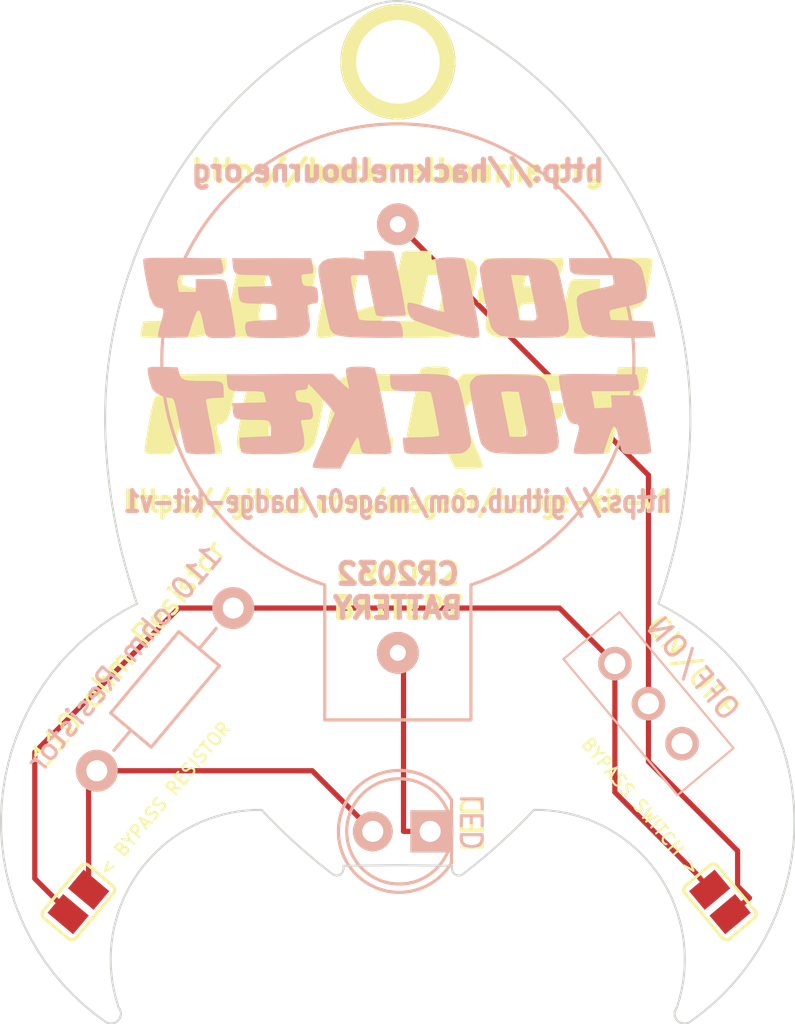
<source format=kicad_pcb>
(kicad_pcb (version 4) (host pcbnew 4.0.2-stable)

  (general
    (links 17)
    (no_connects 0)
    (area 154.452572 55.302349 192.549628 104.315916)
    (thickness 1.6)
    (drawings 336)
    (tracks 24)
    (zones 0)
    (modules 13)
    (nets 6)
  )

  (page A4)
  (layers
    (0 F.Cu signal)
    (31 B.Cu signal)
    (32 B.Adhes user)
    (33 F.Adhes user)
    (34 B.Paste user)
    (35 F.Paste user)
    (36 B.SilkS user)
    (37 F.SilkS user)
    (38 B.Mask user)
    (39 F.Mask user)
    (40 Dwgs.User user)
    (41 Cmts.User user)
    (42 Eco1.User user)
    (43 Eco2.User user)
    (44 Edge.Cuts user)
    (45 Margin user)
    (46 B.CrtYd user)
    (47 F.CrtYd user)
    (48 B.Fab user)
    (49 F.Fab user)
  )

  (setup
    (last_trace_width 0.25)
    (trace_clearance 0.2)
    (zone_clearance 0.508)
    (zone_45_only no)
    (trace_min 0.2)
    (segment_width 0.2)
    (edge_width 0.2)
    (via_size 0.6)
    (via_drill 0.4)
    (via_min_size 0.4)
    (via_min_drill 0.3)
    (uvia_size 0.3)
    (uvia_drill 0.1)
    (uvias_allowed no)
    (uvia_min_size 0.2)
    (uvia_min_drill 0.1)
    (pcb_text_width 0.3)
    (pcb_text_size 1.5 1.5)
    (mod_edge_width 0.15)
    (mod_text_size 1 1)
    (mod_text_width 0.15)
    (pad_size 5.5 5.5)
    (pad_drill 4)
    (pad_to_mask_clearance 0.2)
    (aux_axis_origin 0 0)
    (visible_elements 7FFFFFFF)
    (pcbplotparams
      (layerselection 0x010fc_80000001)
      (usegerberextensions true)
      (excludeedgelayer true)
      (linewidth 0.100000)
      (plotframeref false)
      (viasonmask false)
      (mode 1)
      (useauxorigin false)
      (hpglpennumber 1)
      (hpglpenspeed 20)
      (hpglpendiameter 15)
      (hpglpenoverlay 2)
      (psnegative false)
      (psa4output false)
      (plotreference true)
      (plotvalue true)
      (plotinvisibletext false)
      (padsonsilk false)
      (subtractmaskfromsilk false)
      (outputformat 1)
      (mirror false)
      (drillshape 0)
      (scaleselection 1)
      (outputdirectory Gerber/))
  )

  (net 0 "")
  (net 1 GND)
  (net 2 "Net-(D1-Pad2)")
  (net 3 "Net-(R1-Pad1)")
  (net 4 "Net-(BT1-Pad1)")
  (net 5 "Net-(SW2-Pad1)")

  (net_class Default "This is the default net class."
    (clearance 0.2)
    (trace_width 0.25)
    (via_dia 0.6)
    (via_drill 0.4)
    (uvia_dia 0.3)
    (uvia_drill 0.1)
    (add_net GND)
    (add_net "Net-(BT1-Pad1)")
    (add_net "Net-(D1-Pad2)")
    (add_net "Net-(R1-Pad1)")
    (add_net "Net-(SW2-Pad1)")
  )

  (module badge-kit-v1:solder-rocket (layer B.Cu) (tedit 570FA958) (tstamp 570FDD09)
    (at 173.507 72.5 180)
    (fp_text reference G*** (at 0 0 180) (layer B.SilkS) hide
      (effects (font (thickness 0.3)) (justify mirror))
    )
    (fp_text value LOGO (at 0.75 0 180) (layer B.SilkS) hide
      (effects (font (thickness 0.3)) (justify mirror))
    )
    (fp_poly (pts (xy 2.185887 -0.356503) (xy 2.371691 -0.383822) (xy 2.448211 -0.416211) (xy 2.482015 -0.51641)
      (xy 2.467715 -0.713956) (xy 2.430028 -0.913914) (xy 2.381985 -1.146002) (xy 2.348059 -1.32549)
      (xy 2.336466 -1.405149) (xy 2.379525 -1.391817) (xy 2.496345 -1.298478) (xy 2.664825 -1.143417)
      (xy 2.731644 -1.078207) (xy 3.129234 -0.684766) (xy 5.666374 -0.702788) (xy 8.203514 -0.720811)
      (xy 8.181743 -0.991368) (xy 8.15966 -1.202641) (xy 8.118153 -1.347041) (xy 8.034241 -1.437284)
      (xy 7.884943 -1.486089) (xy 7.647279 -1.506172) (xy 7.298266 -1.510252) (xy 7.244069 -1.510271)
      (xy 6.930901 -1.514521) (xy 6.671776 -1.526065) (xy 6.495326 -1.543089) (xy 6.430773 -1.561757)
      (xy 6.396453 -1.659531) (xy 6.354965 -1.825533) (xy 6.353107 -1.83413) (xy 6.305743 -2.055017)
      (xy 7.117331 -2.0744) (xy 7.928919 -2.093784) (xy 7.907149 -2.364341) (xy 7.885197 -2.575)
      (xy 7.844004 -2.719205) (xy 7.760675 -2.809543) (xy 7.612314 -2.858599) (xy 7.376028 -2.878962)
      (xy 7.028921 -2.883217) (xy 6.963268 -2.883244) (xy 6.603985 -2.885041) (xy 6.359552 -2.899083)
      (xy 6.207525 -2.938341) (xy 6.125458 -3.015787) (xy 6.090906 -3.144395) (xy 6.081426 -3.337136)
      (xy 6.080403 -3.393509) (xy 6.075406 -3.672703) (xy 6.830541 -3.707027) (xy 7.585676 -3.741352)
      (xy 7.565755 -4.046561) (xy 7.537551 -4.253981) (xy 7.490612 -4.409478) (xy 7.471539 -4.44129)
      (xy 7.404372 -4.476644) (xy 7.260183 -4.50217) (xy 7.023765 -4.518971) (xy 6.679912 -4.528149)
      (xy 6.236417 -4.530811) (xy 5.677676 -4.524138) (xy 5.243009 -4.49926) (xy 4.919629 -4.448892)
      (xy 4.694746 -4.365746) (xy 4.555572 -4.242536) (xy 4.48932 -4.071975) (xy 4.483201 -3.846778)
      (xy 4.524426 -3.559657) (xy 4.525163 -3.555768) (xy 4.573769 -3.309661) (xy 4.617308 -3.105779)
      (xy 4.642323 -3.003379) (xy 4.643078 -2.926266) (xy 4.56523 -2.891119) (xy 4.395985 -2.883244)
      (xy 4.196752 -2.86453) (xy 4.09105 -2.79174) (xy 4.063777 -2.639904) (xy 4.098413 -2.391224)
      (xy 4.139336 -2.214021) (xy 4.198854 -2.12205) (xy 4.318542 -2.080604) (xy 4.495848 -2.05946)
      (xy 4.699422 -2.032223) (xy 4.806954 -1.984917) (xy 4.859412 -1.888574) (xy 4.883503 -1.785331)
      (xy 4.912504 -1.610187) (xy 4.890947 -1.513494) (xy 4.791787 -1.469551) (xy 4.587977 -1.452658)
      (xy 4.530811 -1.450203) (xy 4.379718 -1.421255) (xy 4.326876 -1.334719) (xy 4.324865 -1.298604)
      (xy 4.303138 -1.194234) (xy 4.269421 -1.178469) (xy 4.201279 -1.237238) (xy 4.066814 -1.374812)
      (xy 3.886955 -1.567769) (xy 3.682629 -1.792685) (xy 3.474767 -2.026135) (xy 3.284295 -2.244696)
      (xy 3.132144 -2.424945) (xy 3.039242 -2.543457) (xy 3.020541 -2.576239) (xy 3.047569 -2.650907)
      (xy 3.122892 -2.830636) (xy 3.237873 -3.095548) (xy 3.383871 -3.425769) (xy 3.552248 -3.801423)
      (xy 3.574587 -3.850913) (xy 3.74308 -4.231988) (xy 3.886506 -4.572013) (xy 3.996895 -4.850767)
      (xy 4.06628 -5.048023) (xy 4.086691 -5.143561) (xy 4.0854 -5.147346) (xy 4.000746 -5.178686)
      (xy 3.809061 -5.202471) (xy 3.540536 -5.215642) (xy 3.394631 -5.217298) (xy 2.747093 -5.217298)
      (xy 2.368379 -4.462163) (xy 2.218775 -4.17307) (xy 2.086839 -3.93511) (xy 1.986329 -3.771951)
      (xy 1.931005 -3.707261) (xy 1.929384 -3.707027) (xy 1.885188 -3.768313) (xy 1.84023 -3.924299)
      (xy 1.82056 -4.033108) (xy 1.777537 -4.244787) (xy 1.724632 -4.40459) (xy 1.701386 -4.445)
      (xy 1.604687 -4.483459) (xy 1.411613 -4.511103) (xy 1.15977 -4.527461) (xy 0.886765 -4.532062)
      (xy 0.630205 -4.524432) (xy 0.427698 -4.5041) (xy 0.316849 -4.470593) (xy 0.309112 -4.462474)
      (xy 0.310592 -4.378648) (xy 0.337255 -4.181341) (xy 0.384983 -3.891204) (xy 0.449657 -3.52889)
      (xy 0.527158 -3.115052) (xy 0.613368 -2.670341) (xy 0.704168 -2.21541) (xy 0.79544 -1.770911)
      (xy 0.883065 -1.357496) (xy 0.962923 -0.995819) (xy 1.030897 -0.70653) (xy 1.082869 -0.510283)
      (xy 1.113487 -0.429054) (xy 1.2141 -0.387938) (xy 1.411542 -0.35974) (xy 1.665917 -0.344846)
      (xy 1.937331 -0.343639) (xy 2.185887 -0.356503)) (layer B.SilkS) (width 0.01))
    (fp_poly (pts (xy -8.257627 -0.700711) (xy -8.019609 -0.709279) (xy -7.86076 -0.723456) (xy -7.766558 -0.743857)
      (xy -7.722478 -0.771095) (xy -7.716417 -0.78179) (xy -7.715767 -0.88165) (xy -7.739778 -1.088501)
      (xy -7.784488 -1.375055) (xy -7.845935 -1.71402) (xy -7.868414 -1.828742) (xy -7.968645 -2.289583)
      (xy -8.064478 -2.629237) (xy -8.163848 -2.863256) (xy -8.27469 -3.007197) (xy -8.404941 -3.076612)
      (xy -8.511466 -3.08919) (xy -8.619375 -3.108322) (xy -8.67427 -3.178964) (xy -8.677103 -3.320981)
      (xy -8.628828 -3.554242) (xy -8.547565 -3.841625) (xy -8.476184 -4.106889) (xy -8.433068 -4.322512)
      (xy -8.424256 -4.455141) (xy -8.432298 -4.478136) (xy -8.521879 -4.500937) (xy -8.715894 -4.515275)
      (xy -8.981644 -4.519448) (xy -9.165206 -4.516269) (xy -9.8402 -4.496487) (xy -10.051586 -3.844325)
      (xy -10.173073 -3.496704) (xy -10.272697 -3.282398) (xy -10.356417 -3.200274) (xy -10.430191 -3.249197)
      (xy -10.499976 -3.428033) (xy -10.57173 -3.735648) (xy -10.573597 -3.744964) (xy -10.639701 -4.079027)
      (xy -10.695464 -4.302348) (xy -10.765028 -4.43708) (xy -10.872537 -4.505378) (xy -11.042133 -4.529396)
      (xy -11.297959 -4.531288) (xy -11.43 -4.530811) (xy -11.748724 -4.526502) (xy -11.954497 -4.511151)
      (xy -12.071466 -4.48112) (xy -12.123778 -4.43277) (xy -12.126751 -4.425843) (xy -12.126804 -4.328439)
      (xy -12.103548 -4.123585) (xy -12.061806 -3.838216) (xy -12.006404 -3.499263) (xy -11.942165 -3.133662)
      (xy -11.873915 -2.768347) (xy -11.806477 -2.43025) (xy -11.744676 -2.146306) (xy -11.693336 -1.943449)
      (xy -11.669069 -1.870676) (xy -11.631209 -1.800544) (xy -11.570047 -1.75561) (xy -11.458238 -1.730299)
      (xy -11.268437 -1.719037) (xy -10.973299 -1.716249) (xy -10.911357 -1.716217) (xy -10.218149 -1.716217)
      (xy -10.239458 -2.007973) (xy -10.260767 -2.29973) (xy -9.84103 -2.319955) (xy -9.421293 -2.340179)
      (xy -9.374068 -2.079684) (xy -9.332514 -1.863627) (xy -9.293521 -1.680679) (xy -9.289762 -1.66473)
      (xy -9.252683 -1.510271) (xy -10.350098 -1.510271) (xy -10.80698 -1.506716) (xy -11.139681 -1.495418)
      (xy -11.361152 -1.475422) (xy -11.484339 -1.445774) (xy -11.515332 -1.42446) (xy -11.546786 -1.281041)
      (xy -11.506576 -1.02973) (xy -11.43 -0.720811) (xy -9.591925 -0.702524) (xy -9.029262 -0.697947)
      (xy -8.589337 -0.697138) (xy -8.257627 -0.700711)) (layer B.SilkS) (width 0.01))
    (fp_poly (pts (xy -4.766966 -0.721628) (xy -4.41136 -0.725313) (xy -4.1525 -0.733715) (xy -3.970112 -0.748685)
      (xy -3.843922 -0.772073) (xy -3.753656 -0.805729) (xy -3.67904 -0.851503) (xy -3.660672 -0.864896)
      (xy -3.496873 -1.052113) (xy -3.448084 -1.208139) (xy -3.455115 -1.349137) (xy -3.487374 -1.596134)
      (xy -3.53947 -1.92129) (xy -3.606013 -2.296765) (xy -3.681612 -2.694717) (xy -3.760876 -3.087306)
      (xy -3.838415 -3.446693) (xy -3.908838 -3.745036) (xy -3.966753 -3.954496) (xy -3.993986 -4.027452)
      (xy -4.114005 -4.186522) (xy -4.292047 -4.335303) (xy -4.324864 -4.355726) (xy -4.421648 -4.405584)
      (xy -4.532107 -4.442737) (xy -4.678058 -4.469416) (xy -4.881314 -4.487853) (xy -5.163691 -4.500276)
      (xy -5.547004 -4.508919) (xy -5.869459 -4.513682) (xy -6.361499 -4.51775) (xy -6.73573 -4.514559)
      (xy -7.0115 -4.50306) (xy -7.208154 -4.482207) (xy -7.345042 -4.450953) (xy -7.397414 -4.430966)
      (xy -7.529496 -4.361817) (xy -7.623838 -4.27758) (xy -7.6816 -4.160229) (xy -7.703943 -3.991737)
      (xy -7.692027 -3.754077) (xy -7.649697 -3.448612) (xy -6.16345 -3.448612) (xy -6.159087 -3.588949)
      (xy -6.117247 -3.666822) (xy -6.03474 -3.700379) (xy -5.908379 -3.707768) (xy -5.766486 -3.707027)
      (xy -5.549208 -3.70345) (xy -5.399954 -3.694154) (xy -5.354594 -3.683413) (xy -5.341687 -3.611478)
      (xy -5.306118 -3.428892) (xy -5.252615 -3.159542) (xy -5.185906 -2.827315) (xy -5.148648 -2.642973)
      (xy -5.076794 -2.284339) (xy -5.015861 -1.972839) (xy -4.970632 -1.733519) (xy -4.945894 -1.591426)
      (xy -4.942702 -1.564933) (xy -5.005015 -1.536153) (xy -5.167481 -1.521814) (xy -5.368952 -1.524157)
      (xy -5.795203 -1.544595) (xy -5.983546 -2.471352) (xy -6.072492 -2.907961) (xy -6.133522 -3.227666)
      (xy -6.16345 -3.448612) (xy -7.649697 -3.448612) (xy -7.64701 -3.429224) (xy -7.570054 -2.999149)
      (xy -7.509671 -2.686362) (xy -7.405679 -2.164402) (xy -7.319229 -1.760174) (xy -7.244083 -1.456186)
      (xy -7.174002 -1.234948) (xy -7.102747 -1.078968) (xy -7.024082 -0.970755) (xy -6.931766 -0.89282)
      (xy -6.85311 -0.845506) (xy -6.758921 -0.802299) (xy -6.643309 -0.770218) (xy -6.485666 -0.74767)
      (xy -6.265386 -0.733062) (xy -5.961859 -0.724801) (xy -5.55448 -0.721295) (xy -5.239591 -0.720811)
      (xy -4.766966 -0.721628)) (layer B.SilkS) (width 0.01))
    (fp_poly (pts (xy -0.892432 -0.701495) (xy 0.377568 -0.720811) (xy 0.363995 -1.018372) (xy 0.349527 -1.206954)
      (xy 0.312267 -1.339943) (xy 0.23138 -1.427029) (xy 0.086028 -1.477905) (xy -0.144625 -1.502261)
      (xy -0.481415 -1.509789) (xy -0.693584 -1.510271) (xy -1.055559 -1.511259) (xy -1.303268 -1.516805)
      (xy -1.459741 -1.530779) (xy -1.548007 -1.55705) (xy -1.591096 -1.599489) (xy -1.612038 -1.661967)
      (xy -1.612692 -1.66473) (xy -1.655672 -1.858774) (xy -1.711668 -2.12773) (xy -1.774781 -2.441229)
      (xy -1.839113 -2.768902) (xy -1.898766 -3.080381) (xy -1.947839 -3.345298) (xy -1.980436 -3.533283)
      (xy -1.99081 -3.611444) (xy -1.958643 -3.651776) (xy -1.850592 -3.681237) (xy -1.649336 -3.702019)
      (xy -1.337556 -3.716312) (xy -1.11554 -3.722139) (xy -0.24027 -3.741352) (xy -0.260191 -4.046561)
      (xy -0.288395 -4.253981) (xy -0.335334 -4.409478) (xy -0.354407 -4.44129) (xy -0.417288 -4.475045)
      (xy -0.551686 -4.499195) (xy -0.773024 -4.514693) (xy -1.096722 -4.522495) (xy -1.538204 -4.523553)
      (xy -1.673135 -4.522848) (xy -2.081366 -4.518504) (xy -2.44897 -4.511345) (xy -2.751071 -4.502112)
      (xy -2.962792 -4.491547) (xy -3.054864 -4.48167) (xy -3.262951 -4.377552) (xy -3.425133 -4.201664)
      (xy -3.499937 -4.001065) (xy -3.501081 -3.975351) (xy -3.486175 -3.803083) (xy -3.445188 -3.536542)
      (xy -3.383714 -3.200901) (xy -3.307345 -2.821332) (xy -3.221677 -2.42301) (xy -3.132302 -2.031106)
      (xy -3.044816 -1.670794) (xy -2.964811 -1.367247) (xy -2.897881 -1.145638) (xy -2.849621 -1.03114)
      (xy -2.84573 -1.026207) (xy -2.718929 -0.911158) (xy -2.561684 -0.824432) (xy -2.355088 -0.762886)
      (xy -2.080234 -0.723375) (xy -1.718214 -0.702758) (xy -1.250122 -0.697891) (xy -0.892432 -0.701495)) (layer B.SilkS) (width 0.01))
    (fp_poly (pts (xy 11.814588 -0.363621) (xy 11.939536 -0.390356) (xy 11.980697 -0.426639) (xy 11.981332 -0.53341)
      (xy 11.951507 -0.730945) (xy 11.897593 -0.977743) (xy 11.893658 -0.993503) (xy 11.816863 -1.263265)
      (xy 11.738022 -1.437858) (xy 11.634721 -1.557894) (xy 11.545106 -1.625051) (xy 11.323532 -1.735643)
      (xy 11.066926 -1.813996) (xy 11.017229 -1.82291) (xy 10.921 -1.833503) (xy 10.847185 -1.843213)
      (xy 10.789549 -1.868203) (xy 10.741852 -1.924636) (xy 10.697859 -2.028677) (xy 10.651331 -2.196487)
      (xy 10.596031 -2.444232) (xy 10.525723 -2.788075) (xy 10.434169 -3.244178) (xy 10.396132 -3.432433)
      (xy 10.322693 -3.777652) (xy 10.252431 -4.07757) (xy 10.192251 -4.304736) (xy 10.14906 -4.431698)
      (xy 10.141393 -4.445) (xy 10.047881 -4.482115) (xy 9.8574 -4.509577) (xy 9.607537 -4.526707)
      (xy 9.335877 -4.532829) (xy 9.080006 -4.527263) (xy 8.877511 -4.509332) (xy 8.765978 -4.478358)
      (xy 8.757526 -4.469966) (xy 8.758322 -4.385937) (xy 8.783801 -4.19046) (xy 8.830258 -3.906416)
      (xy 8.893989 -3.556689) (xy 8.95942 -3.222667) (xy 9.037261 -2.832246) (xy 9.104532 -2.48567)
      (xy 9.156797 -2.206544) (xy 9.189619 -2.018476) (xy 9.198919 -1.948139) (xy 9.138492 -1.890347)
      (xy 8.952768 -1.853163) (xy 8.769865 -1.839627) (xy 8.340811 -1.81919) (xy 8.345808 -1.539995)
      (xy 8.35164 -1.338769) (xy 8.374911 -1.198898) (xy 8.436933 -1.10923) (xy 8.559019 -1.058611)
      (xy 8.762481 -1.035891) (xy 9.068632 -1.029916) (xy 9.320941 -1.02973) (xy 9.727284 -1.025984)
      (xy 10.018533 -1.009534) (xy 10.216807 -0.97256) (xy 10.344223 -0.907242) (xy 10.422899 -0.805761)
      (xy 10.474952 -0.660297) (xy 10.485975 -0.617838) (xy 10.546017 -0.377568) (xy 11.246669 -0.357991)
      (xy 11.589765 -0.353406) (xy 11.814588 -0.363621)) (layer B.SilkS) (width 0.01))
    (fp_poly (pts (xy -8.217086 4.542169) (xy -8.23066 4.358191) (xy -8.26541 4.22694) (xy -8.341568 4.139523)
      (xy -8.479366 4.087045) (xy -8.699036 4.060611) (xy -9.020812 4.051328) (xy -9.33604 4.05027)
      (xy -10.280135 4.05027) (xy -10.323898 3.831452) (xy -10.339544 3.666472) (xy -10.317643 3.565765)
      (xy -10.315317 3.563307) (xy -10.228026 3.528271) (xy -10.040247 3.477302) (xy -9.786506 3.419411)
      (xy -9.679459 3.397369) (xy -9.248628 3.301579) (xy -8.938112 3.208327) (xy -8.731225 3.111093)
      (xy -8.611285 3.003359) (xy -8.592108 2.972495) (xy -8.565942 2.844877) (xy -8.579885 2.622308)
      (xy -8.635167 2.288432) (xy -8.648864 2.218931) (xy -8.718453 1.884432) (xy -8.788459 1.621975)
      (xy -8.875546 1.422536) (xy -8.996375 1.277096) (xy -9.167606 1.176631) (xy -9.4059 1.112121)
      (xy -9.72792 1.074544) (xy -10.150327 1.054878) (xy -10.689781 1.044102) (xy -10.8223 1.042082)
      (xy -11.275239 1.038109) (xy -11.668701 1.040277) (xy -11.984193 1.048082) (xy -12.203221 1.06102)
      (xy -12.307294 1.078587) (xy -12.31275 1.082712) (xy -12.319752 1.180703) (xy -12.294744 1.361325)
      (xy -12.268287 1.482251) (xy -12.185135 1.819189) (xy -11.194526 1.853513) (xy -10.203918 1.887837)
      (xy -10.149422 2.092138) (xy -10.125541 2.249704) (xy -10.144365 2.342874) (xy -10.144625 2.343121)
      (xy -10.230623 2.376991) (xy -10.417278 2.427159) (xy -10.670278 2.484748) (xy -10.777837 2.506964)
      (xy -11.227338 2.607527) (xy -11.553172 2.705832) (xy -11.768744 2.807492) (xy -11.887458 2.918122)
      (xy -11.916049 2.983725) (xy -11.920134 3.128919) (xy -11.894421 3.364709) (xy -11.846779 3.649664)
      (xy -11.785076 3.942349) (xy -11.71718 4.201331) (xy -11.65096 4.385179) (xy -11.64922 4.388814)
      (xy -11.536028 4.534828) (xy -11.362351 4.677019) (xy -11.327027 4.698968) (xy -11.236985 4.746252)
      (xy -11.136943 4.781629) (xy -11.006496 4.806807) (xy -10.825239 4.823495) (xy -10.572766 4.833399)
      (xy -10.228673 4.838228) (xy -9.772554 4.83969) (xy -9.645135 4.839729) (xy -8.203513 4.839729)
      (xy -8.217086 4.542169)) (layer B.SilkS) (width 0.01))
    (fp_poly (pts (xy -5.247507 4.838912) (xy -4.891902 4.835228) (xy -4.633042 4.826826) (xy -4.450655 4.811856)
      (xy -4.324465 4.788468) (xy -4.234199 4.754812) (xy -4.159583 4.709038) (xy -4.141213 4.695643)
      (xy -4.001801 4.548326) (xy -3.927726 4.387219) (xy -3.926404 4.378157) (xy -3.932397 4.247363)
      (xy -3.963357 4.009764) (xy -4.014048 3.692492) (xy -4.079235 3.322675) (xy -4.153684 2.927443)
      (xy -4.23216 2.533928) (xy -4.309427 2.169258) (xy -4.380251 1.860565) (xy -4.439396 1.634977)
      (xy -4.475963 1.530092) (xy -4.594847 1.373191) (xy -4.77217 1.225494) (xy -4.805405 1.204815)
      (xy -4.902189 1.154956) (xy -5.012648 1.117803) (xy -5.158598 1.091124) (xy -5.361854 1.072688)
      (xy -5.644232 1.060264) (xy -6.027545 1.051622) (xy -6.35 1.046858) (xy -6.84204 1.04279)
      (xy -7.216271 1.045982) (xy -7.49204 1.057481) (xy -7.688695 1.078333) (xy -7.825583 1.109588)
      (xy -7.877955 1.129575) (xy -8.010036 1.198724) (xy -8.104378 1.28296) (xy -8.162141 1.400311)
      (xy -8.184484 1.568803) (xy -8.172567 1.806463) (xy -8.130238 2.111928) (xy -6.643991 2.111928)
      (xy -6.639628 1.971592) (xy -6.597787 1.893719) (xy -6.51528 1.860161) (xy -6.38892 1.852773)
      (xy -6.247027 1.853513) (xy -6.029749 1.857282) (xy -5.880496 1.867079) (xy -5.835135 1.878397)
      (xy -5.822435 1.951384) (xy -5.787826 2.132024) (xy -5.736545 2.393385) (xy -5.673825 2.708533)
      (xy -5.67166 2.719343) (xy -5.602857 3.065301) (xy -5.539722 3.38724) (xy -5.48968 3.647037)
      (xy -5.461971 3.79621) (xy -5.415756 4.057016) (xy -5.84575 4.036481) (xy -6.275743 4.015946)
      (xy -6.464087 3.089189) (xy -6.553032 2.652579) (xy -6.614063 2.332875) (xy -6.643991 2.111928)
      (xy -8.130238 2.111928) (xy -8.127551 2.131317) (xy -8.050595 2.561392) (xy -7.990211 2.874179)
      (xy -7.88622 3.396138) (xy -7.79977 3.800366) (xy -7.724623 4.104354) (xy -7.654542 4.325593)
      (xy -7.583288 4.481573) (xy -7.504622 4.589785) (xy -7.412306 4.667721) (xy -7.333651 4.715035)
      (xy -7.239461 4.758241) (xy -7.123849 4.790322) (xy -6.966207 4.812871) (xy -6.745926 4.827479)
      (xy -6.4424 4.83574) (xy -6.03502 4.839245) (xy -5.720131 4.839729) (xy -5.247507 4.838912)) (layer B.SilkS) (width 0.01))
    (fp_poly (pts (xy -2.399537 4.878446) (xy -2.143276 4.863737) (xy -1.938905 4.834736) (xy -1.823428 4.79175)
      (xy -1.811855 4.776723) (xy -1.812755 4.680386) (xy -1.838404 4.47349) (xy -1.885073 4.179785)
      (xy -1.949035 3.823026) (xy -2.013889 3.489561) (xy -2.089548 3.103803) (xy -2.151942 2.766744)
      (xy -2.19728 2.500507) (xy -2.221768 2.327216) (xy -2.223113 2.269224) (xy -2.150237 2.277689)
      (xy -1.97296 2.322791) (xy -1.717006 2.397374) (xy -1.408101 2.494279) (xy -1.371246 2.506237)
      (xy -0.991589 2.622933) (xy -0.709156 2.694892) (xy -0.535195 2.71955) (xy -0.484955 2.708364)
      (xy -0.452769 2.593552) (xy -0.470272 2.406935) (xy -0.524478 2.198867) (xy -0.602402 2.019702)
      (xy -0.687891 1.92141) (xy -0.791491 1.878383) (xy -1.002231 1.800112) (xy -1.297026 1.694847)
      (xy -1.652789 1.570835) (xy -2.031142 1.441501) (xy -2.598447 1.25721) (xy -3.050975 1.128464)
      (xy -3.398684 1.053436) (xy -3.651533 1.030297) (xy -3.819479 1.057219) (xy -3.887758 1.100623)
      (xy -3.900718 1.183268) (xy -3.884628 1.379699) (xy -3.8388 1.694433) (xy -3.762546 2.131984)
      (xy -3.655177 2.696866) (xy -3.607839 2.936975) (xy -3.511597 3.414516) (xy -3.421336 3.849612)
      (xy -3.341161 4.223476) (xy -3.275177 4.51732) (xy -3.227488 4.712354) (xy -3.20338 4.788243)
      (xy -3.109609 4.833763) (xy -2.919708 4.863766) (xy -2.670683 4.878558) (xy -2.399537 4.878446)) (layer B.SilkS) (width 0.01))
    (fp_poly (pts (xy 0.954284 5.202496) (xy 1.613244 5.182973) (xy 1.602595 4.955019) (xy 1.606302 4.804749)
      (xy 1.648187 4.762617) (xy 1.705568 4.781189) (xy 1.853404 4.817054) (xy 2.098734 4.842355)
      (xy 2.402112 4.856465) (xy 2.724093 4.858756) (xy 3.025234 4.848602) (xy 3.266089 4.825376)
      (xy 3.356273 4.807428) (xy 3.592089 4.705372) (xy 3.737764 4.537436) (xy 3.744325 4.525061)
      (xy 3.77905 4.447525) (xy 3.799198 4.36135) (xy 3.802635 4.246571) (xy 3.787229 4.083226)
      (xy 3.750846 3.851351) (xy 3.691354 3.530984) (xy 3.606618 3.102161) (xy 3.575953 2.949367)
      (xy 3.488506 2.525309) (xy 3.405093 2.14085) (xy 3.330991 1.818776) (xy 3.271473 1.581873)
      (xy 3.231816 1.452929) (xy 3.227243 1.443035) (xy 3.150768 1.326526) (xy 3.049652 1.235911)
      (xy 2.90662 1.167654) (xy 2.704398 1.118219) (xy 2.425711 1.084069) (xy 2.053285 1.061669)
      (xy 1.569844 1.047482) (xy 1.268993 1.042178) (xy 0.836791 1.037999) (xy 0.451417 1.038792)
      (xy 0.133872 1.044143) (xy -0.094842 1.053638) (xy -0.213722 1.066865) (xy -0.224927 1.071594)
      (xy -0.247071 1.170444) (xy -0.233733 1.346753) (xy -0.192819 1.547719) (xy -0.132234 1.720541)
      (xy -0.125846 1.733378) (xy -0.08642 1.781716) (xy -0.011821 1.815215) (xy 0.120156 1.836499)
      (xy 0.331716 1.848194) (xy 0.645064 1.852925) (xy 0.890222 1.853513) (xy 1.273154 1.855186)
      (xy 1.540478 1.861954) (xy 1.713861 1.876441) (xy 1.81497 1.901272) (xy 1.865474 1.939072)
      (xy 1.882005 1.973648) (xy 1.917591 2.112232) (xy 1.969343 2.344889) (xy 2.030938 2.639481)
      (xy 2.096052 2.963871) (xy 2.158363 3.285919) (xy 2.211548 3.573489) (xy 2.249285 3.794443)
      (xy 2.26525 3.916641) (xy 2.265406 3.922413) (xy 2.24751 3.994199) (xy 2.173305 4.03299)
      (xy 2.012019 4.048338) (xy 1.853514 4.05027) (xy 1.636237 4.046501) (xy 1.486983 4.036704)
      (xy 1.441622 4.025386) (xy 1.428268 3.943479) (xy 1.392498 3.758347) (xy 1.340753 3.500994)
      (xy 1.279473 3.202427) (xy 1.215099 2.893652) (xy 1.154071 2.605672) (xy 1.102829 2.369495)
      (xy 1.067814 2.216124) (xy 1.058221 2.179594) (xy 1.023617 2.123767) (xy 0.944984 2.088193)
      (xy 0.796566 2.068549) (xy 0.552611 2.060511) (xy 0.342669 2.059459) (xy 0.052128 2.064351)
      (xy -0.182964 2.077524) (xy -0.331521 2.096721) (xy -0.366719 2.110946) (xy -0.365461 2.194543)
      (xy -0.339643 2.388288) (xy -0.293965 2.668184) (xy -0.233128 3.010235) (xy -0.16183 3.390447)
      (xy -0.084772 3.784822) (xy -0.006654 4.169365) (xy 0.067823 4.520079) (xy 0.13396 4.81297)
      (xy 0.187057 5.024041) (xy 0.222414 5.129297) (xy 0.225374 5.133847) (xy 0.310942 5.178179)
      (xy 0.491314 5.201783) (xy 0.783438 5.206254) (xy 0.954284 5.202496)) (layer B.SilkS) (width 0.01))
    (fp_poly (pts (xy 7.907149 4.569173) (xy 7.885065 4.357899) (xy 7.843558 4.2135) (xy 7.759646 4.123256)
      (xy 7.610349 4.074452) (xy 7.372684 4.054368) (xy 7.023672 4.050288) (xy 6.969474 4.05027)
      (xy 6.656306 4.046019) (xy 6.397181 4.034476) (xy 6.220731 4.017452) (xy 6.156179 3.998783)
      (xy 6.121858 3.90101) (xy 6.08037 3.735008) (xy 6.078512 3.72641) (xy 6.031148 3.505524)
      (xy 6.842737 3.48614) (xy 7.654325 3.466756) (xy 7.632554 3.1962) (xy 7.610602 2.985541)
      (xy 7.569409 2.841336) (xy 7.48608 2.750998) (xy 7.33772 2.701941) (xy 7.101433 2.681579)
      (xy 6.754326 2.677324) (xy 6.688674 2.677297) (xy 6.32939 2.675499) (xy 6.084957 2.661458)
      (xy 5.93293 2.6222) (xy 5.850863 2.544753) (xy 5.816312 2.416146) (xy 5.806831 2.223405)
      (xy 5.805808 2.167032) (xy 5.800811 1.887837) (xy 6.483453 1.868029) (xy 6.783474 1.852314)
      (xy 7.036359 1.826118) (xy 7.207554 1.793699) (xy 7.257077 1.772711) (xy 7.305711 1.657244)
      (xy 7.307101 1.471602) (xy 7.266948 1.272286) (xy 7.190956 1.115798) (xy 7.190752 1.11554)
      (xy 7.095135 1.080237) (xy 6.889522 1.053898) (xy 6.60091 1.036355) (xy 6.256295 1.027437)
      (xy 5.882674 1.026978) (xy 5.507044 1.034807) (xy 5.156403 1.050757) (xy 4.857746 1.074658)
      (xy 4.638071 1.106342) (xy 4.548021 1.132056) (xy 4.353626 1.250178) (xy 4.242809 1.41339)
      (xy 4.207797 1.646308) (xy 4.240818 1.973546) (xy 4.255836 2.057441) (xy 4.299444 2.301473)
      (xy 4.328834 2.491199) (xy 4.33799 2.587564) (xy 4.337772 2.58948) (xy 4.271438 2.631877)
      (xy 4.117348 2.670116) (xy 4.069706 2.677297) (xy 3.909383 2.70506) (xy 3.836137 2.759742)
      (xy 3.819414 2.8833) (xy 3.824107 3.014555) (xy 3.843774 3.268168) (xy 3.889311 3.414016)
      (xy 3.984855 3.48162) (xy 4.154544 3.500503) (xy 4.221892 3.501081) (xy 4.427495 3.512638)
      (xy 4.539396 3.569597) (xy 4.592329 3.705389) (xy 4.614186 3.878648) (xy 4.616151 4.013668)
      (xy 4.562132 4.072842) (xy 4.41479 4.089401) (xy 4.376264 4.090403) (xy 4.196703 4.105399)
      (xy 4.082867 4.134972) (xy 4.073011 4.141944) (xy 4.05824 4.230624) (xy 4.072193 4.404571)
      (xy 4.090262 4.513702) (xy 4.153244 4.839729) (xy 7.928919 4.839729) (xy 7.907149 4.569173)) (layer B.SilkS) (width 0.01))
    (fp_poly (pts (xy 11.650481 4.85983) (xy 11.888499 4.851262) (xy 12.047348 4.837084) (xy 12.14155 4.816684)
      (xy 12.18563 4.789446) (xy 12.191692 4.778751) (xy 12.192342 4.67889) (xy 12.16833 4.472039)
      (xy 12.12362 4.185486) (xy 12.062173 3.84652) (xy 12.039694 3.731799) (xy 11.939463 3.270957)
      (xy 11.84363 2.931304) (xy 11.74426 2.697284) (xy 11.633418 2.553344) (xy 11.503168 2.483929)
      (xy 11.396642 2.471351) (xy 11.283075 2.447767) (xy 11.227628 2.364944) (xy 11.229402 2.204778)
      (xy 11.287494 1.949164) (xy 11.358843 1.71116) (xy 11.436565 1.437652) (xy 11.480591 1.223858)
      (xy 11.485208 1.09985) (xy 11.47788 1.084474) (xy 11.387367 1.060783) (xy 11.19255 1.04575)
      (xy 10.926253 1.041171) (xy 10.742902 1.044272) (xy 10.067908 1.064054) (xy 9.856522 1.716216)
      (xy 9.735035 2.063837) (xy 9.635411 2.278142) (xy 9.551691 2.360267) (xy 9.477917 2.311344)
      (xy 9.408132 2.132508) (xy 9.336379 1.824892) (xy 9.334511 1.815577) (xy 9.268407 1.481514)
      (xy 9.212644 1.258193) (xy 9.14308 1.12346) (xy 9.035571 1.055162) (xy 8.865976 1.031144)
      (xy 8.61015 1.029253) (xy 8.478109 1.029729) (xy 8.158775 1.034109) (xy 7.952596 1.049634)
      (xy 7.835635 1.079883) (xy 7.783959 1.128434) (xy 7.78168 1.133857) (xy 7.781798 1.230777)
      (xy 7.805191 1.435187) (xy 7.847037 1.72019) (xy 7.902513 2.058884) (xy 7.966797 2.42437)
      (xy 8.035066 2.789747) (xy 8.102499 3.128116) (xy 8.164273 3.412576) (xy 8.215566 3.616228)
      (xy 8.239887 3.689865) (xy 8.277498 3.760214) (xy 8.338634 3.805194) (xy 8.450727 3.830443)
      (xy 8.641213 3.841599) (xy 8.937525 3.8443) (xy 8.991502 3.844324) (xy 9.67946 3.844324)
      (xy 9.67946 3.226486) (xy 10.487964 3.226486) (xy 10.534615 3.483919) (xy 10.576076 3.699373)
      (xy 10.61502 3.881727) (xy 10.618346 3.89581) (xy 10.655425 4.05027) (xy 9.55801 4.05027)
      (xy 9.101128 4.053824) (xy 8.768427 4.065123) (xy 8.546957 4.085119) (xy 8.423769 4.114767)
      (xy 8.392776 4.136081) (xy 8.361322 4.2795) (xy 8.401533 4.53081) (xy 8.478109 4.839729)
      (xy 10.316183 4.858016) (xy 10.878846 4.862593) (xy 11.318771 4.863402) (xy 11.650481 4.85983)) (layer B.SilkS) (width 0.01))
  )

  (module LEDs:LED-5MM (layer B.Cu) (tedit 570F9E1E) (tstamp 570FAC3A)
    (at 174.846 95.0747 180)
    (descr "LED 5mm round vertical")
    (tags "LED 5mm round vertical")
    (path /570E461B)
    (fp_text reference D1 (at 1.69164 -1.46304 450) (layer B.SilkS) hide
      (effects (font (size 1 1) (thickness 0.15)) (justify mirror))
    )
    (fp_text value LED (at -2.2428 0.4343 450) (layer B.SilkS)
      (effects (font (size 1 1) (thickness 0.15)) (justify mirror))
    )
    (fp_line (start -1.5 1.55) (end -1.5 -1.55) (layer B.CrtYd) (width 0.05))
    (fp_arc (start 1.3 0) (end -1.5 -1.55) (angle 302) (layer B.CrtYd) (width 0.05))
    (fp_arc (start 1.27 0) (end -1.23 1.5) (angle -297.5) (layer B.SilkS) (width 0.15))
    (fp_line (start -1.23 -1.5) (end -1.23 1.5) (layer B.SilkS) (width 0.15))
    (fp_circle (center 1.27 0) (end 0.97 2.5) (layer B.SilkS) (width 0.15))
    (fp_text user K (at 0.5842 1.6129 450) (layer B.SilkS) hide
      (effects (font (size 1 1) (thickness 0.15)) (justify mirror))
    )
    (pad 1 thru_hole rect (at -0.20736 0 90) (size 2 1.9) (drill 1.00076) (layers *.Cu *.Mask B.SilkS)
      (net 1 GND))
    (pad 2 thru_hole circle (at 2.54 0 180) (size 1.9 1.9) (drill 1.00076) (layers *.Cu *.Mask B.SilkS)
      (net 2 "Net-(D1-Pad2)"))
    (model LEDs.3dshapes/LED-5MM.wrl
      (at (xyz 0.05 0 0))
      (scale (xyz 1 1 1))
      (rotate (xyz 0 0 90))
    )
  )

  (module ESPlant:SS12D00 (layer B.Cu) (tedit 57133BA1) (tstamp 570FABC8)
    (at 185.509 88.9635 130)
    (path /570E44F3)
    (fp_text reference SW2 (at -5.0292 -0.01016 400) (layer B.SilkS) hide
      (effects (font (size 0.8 0.8) (thickness 0.12)) (justify mirror))
    )
    (fp_text value OFF/ON (at -0.084619 2.720715 130) (layer B.SilkS)
      (effects (font (size 1 1) (thickness 0.15)) (justify mirror))
    )
    (fp_line (start -4.25 -1.75) (end -4.25 1.75) (layer B.SilkS) (width 0.1))
    (fp_line (start 4.25 -1.75) (end -4.25 -1.75) (layer B.SilkS) (width 0.1))
    (fp_line (start 4.25 1.75) (end 4.25 -1.75) (layer B.SilkS) (width 0.1))
    (fp_line (start -4.25 1.75) (end 4.25 1.75) (layer B.SilkS) (width 0.1))
    (pad 2 thru_hole circle (at 0 0 130) (size 1.6 1.6) (drill 1) (layers *.Cu *.Mask B.SilkS)
      (net 4 "Net-(BT1-Pad1)"))
    (pad 1 thru_hole circle (at -2.5 0 130) (size 1.6 1.6) (drill 1) (layers *.Cu *.Mask B.SilkS)
      (net 5 "Net-(SW2-Pad1)"))
    (pad 3 thru_hole circle (at 2.5 0 130) (size 1.6 1.6) (drill 1) (layers *.Cu *.Mask B.SilkS)
      (net 3 "Net-(R1-Pad1)"))
  )

  (module Resistors_ThroughHole:Resistor_Horizontal_RM10mm (layer B.Cu) (tedit 570FAAD9) (tstamp 570FAB54)
    (at 165.621 84.3915 230)
    (descr "Resistor, Axial,  RM 10mm, 1/3W")
    (tags "Resistor Axial RM 10mm 1/3W")
    (path /570E4578)
    (fp_text reference R1 (at 5.201181 -0.002513 230) (layer B.SilkS) hide
      (effects (font (size 1 1) (thickness 0.15)) (justify mirror))
    )
    (fp_text value "110 ohm Resistor" (at 5.205762 2.446073 230) (layer B.SilkS)
      (effects (font (size 1 1) (thickness 0.15)) (justify mirror))
    )
    (fp_line (start -1.25 1.5) (end 11.4 1.5) (layer B.CrtYd) (width 0.05))
    (fp_line (start -1.25 -1.5) (end -1.25 1.5) (layer B.CrtYd) (width 0.05))
    (fp_line (start 11.4 1.5) (end 11.4 -1.5) (layer B.CrtYd) (width 0.05))
    (fp_line (start -1.25 -1.5) (end 11.4 -1.5) (layer B.CrtYd) (width 0.05))
    (fp_line (start 2.54 1.27) (end 7.62 1.27) (layer B.SilkS) (width 0.15))
    (fp_line (start 7.62 1.27) (end 7.62 -1.27) (layer B.SilkS) (width 0.15))
    (fp_line (start 7.62 -1.27) (end 2.54 -1.27) (layer B.SilkS) (width 0.15))
    (fp_line (start 2.54 -1.27) (end 2.54 1.27) (layer B.SilkS) (width 0.15))
    (fp_line (start 2.54 0) (end 1.27 0) (layer B.SilkS) (width 0.15))
    (fp_line (start 7.62 0) (end 8.89 0) (layer B.SilkS) (width 0.15))
    (pad 1 thru_hole circle (at 0 0 230) (size 1.99898 1.99898) (drill 1.00076) (layers *.Cu *.SilkS *.Mask)
      (net 3 "Net-(R1-Pad1)"))
    (pad 2 thru_hole circle (at 10.16 0 230) (size 1.99898 1.99898) (drill 1.00076) (layers *.Cu *.SilkS *.Mask)
      (net 2 "Net-(D1-Pad2)"))
    (model Resistors_ThroughHole.3dshapes/Resistor_Horizontal_RM10mm.wrl
      (at (xyz 0.2 0 0))
      (scale (xyz 0.4 0.4 0.4))
      (rotate (xyz 0 0 0))
    )
  )

  (module badge-kit:CR2032-BH800S (layer B.Cu) (tedit 570FAB89) (tstamp 570FAA65)
    (at 173.507 72.5322 180)
    (descr CR2032)
    (tags "CR2032 BH800S")
    (path /570E4477)
    (fp_text reference BT1 (at -0.04 -4.34 180) (layer B.SilkS) hide
      (effects (font (size 1 1) (thickness 0.15)) (justify mirror))
    )
    (fp_text value CR2032 (at 0 -10.22608 180) (layer B.SilkS)
      (effects (font (size 1 1) (thickness 0.25)) (justify mirror))
    )
    (fp_arc (start 0 0) (end -3.5 -10.75) (angle -323.8) (layer B.SilkS) (width 0.15))
    (fp_line (start -3.5 -10.75) (end -3.5 -17.21) (layer B.SilkS) (width 0.15))
    (fp_line (start -3.5 -17.21) (end 3.5 -17.21) (layer B.SilkS) (width 0.15))
    (fp_line (start 3.5 -17.21) (end 3.5 -10.75) (layer B.SilkS) (width 0.15))
    (pad 1 thru_hole circle (at 0 6.5 180) (size 2 2) (drill 0.762) (layers *.Cu *.Mask B.SilkS)
      (net 4 "Net-(BT1-Pad1)"))
    (pad 2 thru_hole circle (at 0 -14 180) (size 2 2) (drill 0.762) (layers *.Cu *.Mask B.SilkS)
      (net 1 GND))
  )

  (module badge-kit:CR2032-BH800S (layer F.Cu) (tedit 570FAB81) (tstamp 570E4647)
    (at 173.507 72.5322)
    (descr CR2032)
    (tags "CR2032 BH800S")
    (path /570E4477)
    (fp_text reference BT1 (at -0.04 4.34) (layer F.SilkS) hide
      (effects (font (size 1 1) (thickness 0.15)))
    )
    (fp_text value CR2032 (at 0 10.221) (layer F.SilkS)
      (effects (font (size 1 1) (thickness 0.25)))
    )
    (fp_arc (start 0 0) (end -3.5 10.75) (angle 323.8) (layer F.SilkS) (width 0.15))
    (fp_line (start -3.5 10.75) (end -3.5 17.21) (layer F.SilkS) (width 0.15))
    (fp_line (start -3.5 17.21) (end 3.5 17.21) (layer F.SilkS) (width 0.15))
    (fp_line (start 3.5 17.21) (end 3.5 10.75) (layer F.SilkS) (width 0.15))
    (pad 1 thru_hole circle (at 0 -6.5) (size 2 2) (drill 0.762) (layers *.Cu *.Mask F.SilkS)
      (net 4 "Net-(BT1-Pad1)"))
    (pad 2 thru_hole circle (at 0 14) (size 2 2) (drill 0.762) (layers *.Cu *.Mask F.SilkS)
      (net 1 GND))
  )

  (module LEDs:LED-5MM (layer F.Cu) (tedit 570F8F5F) (tstamp 570E41C8)
    (at 174.846 95.0747 180)
    (descr "LED 5mm round vertical")
    (tags "LED 5mm round vertical")
    (path /570E461B)
    (fp_text reference D1 (at 1.69164 1.46304 270) (layer F.SilkS) hide
      (effects (font (size 1 1) (thickness 0.15)))
    )
    (fp_text value LED (at -2.2479 0.37592 270) (layer F.SilkS)
      (effects (font (size 1 1) (thickness 0.15)))
    )
    (fp_line (start -1.5 -1.55) (end -1.5 1.55) (layer F.CrtYd) (width 0.05))
    (fp_arc (start 1.3 0) (end -1.5 1.55) (angle -302) (layer F.CrtYd) (width 0.05))
    (fp_arc (start 1.27 0) (end -1.23 -1.5) (angle 297.5) (layer F.SilkS) (width 0.15))
    (fp_line (start -1.23 1.5) (end -1.23 -1.5) (layer F.SilkS) (width 0.15))
    (fp_circle (center 1.27 0) (end 0.97 -2.5) (layer F.SilkS) (width 0.15))
    (fp_text user K (at 0.5842 -1.6129 270) (layer F.SilkS) hide
      (effects (font (size 1 1) (thickness 0.15)))
    )
    (pad 1 thru_hole rect (at -0.20736 0 270) (size 2 1.9) (drill 1.00076) (layers *.Cu *.Mask F.SilkS)
      (net 1 GND))
    (pad 2 thru_hole circle (at 2.54 0 180) (size 1.9 1.9) (drill 1.00076) (layers *.Cu *.Mask F.SilkS)
      (net 2 "Net-(D1-Pad2)"))
    (model LEDs.3dshapes/LED-5MM.wrl
      (at (xyz 0.05 0 0))
      (scale (xyz 1 1 1))
      (rotate (xyz 0 0 90))
    )
  )

  (module Resistors_ThroughHole:Resistor_Horizontal_RM10mm (layer F.Cu) (tedit 570F91FE) (tstamp 570E41CE)
    (at 165.621 84.3915 230)
    (descr "Resistor, Axial,  RM 10mm, 1/3W")
    (tags "Resistor Axial RM 10mm 1/3W")
    (path /570E4578)
    (fp_text reference R1 (at 5.201181 0.002513 230) (layer F.SilkS) hide
      (effects (font (size 1 1) (thickness 0.15)))
    )
    (fp_text value "110 ohm Resistor" (at 4.8895 2.45872 230) (layer F.SilkS)
      (effects (font (size 1 1) (thickness 0.15)))
    )
    (fp_line (start -1.25 -1.5) (end 11.4 -1.5) (layer F.CrtYd) (width 0.05))
    (fp_line (start -1.25 1.5) (end -1.25 -1.5) (layer F.CrtYd) (width 0.05))
    (fp_line (start 11.4 -1.5) (end 11.4 1.5) (layer F.CrtYd) (width 0.05))
    (fp_line (start -1.25 1.5) (end 11.4 1.5) (layer F.CrtYd) (width 0.05))
    (fp_line (start 2.54 -1.27) (end 7.62 -1.27) (layer F.SilkS) (width 0.15))
    (fp_line (start 7.62 -1.27) (end 7.62 1.27) (layer F.SilkS) (width 0.15))
    (fp_line (start 7.62 1.27) (end 2.54 1.27) (layer F.SilkS) (width 0.15))
    (fp_line (start 2.54 1.27) (end 2.54 -1.27) (layer F.SilkS) (width 0.15))
    (fp_line (start 2.54 0) (end 1.27 0) (layer F.SilkS) (width 0.15))
    (fp_line (start 7.62 0) (end 8.89 0) (layer F.SilkS) (width 0.15))
    (pad 1 thru_hole circle (at 0 0 230) (size 1.99898 1.99898) (drill 1.00076) (layers *.Cu *.SilkS *.Mask)
      (net 3 "Net-(R1-Pad1)"))
    (pad 2 thru_hole circle (at 10.16 0 230) (size 1.99898 1.99898) (drill 1.00076) (layers *.Cu *.SilkS *.Mask)
      (net 2 "Net-(D1-Pad2)"))
    (model Resistors_ThroughHole.3dshapes/Resistor_Horizontal_RM10mm.wrl
      (at (xyz 0.2 0 0))
      (scale (xyz 0.4 0.4 0.4))
      (rotate (xyz 0 0 0))
    )
  )

  (module FT:SJ_OPEN (layer F.Cu) (tedit 570F9348) (tstamp 570E41D4)
    (at 188.93 98.4504 130)
    (descr "<b>Solder jumper</b>")
    (path /570E4B6B)
    (fp_text reference SW1 (at -2.267267 -2.34014 220) (layer F.SilkS) hide
      (effects (font (size 0.8 0.8) (thickness 0.12)))
    )
    (fp_text value "BYPASS SWITCH >" (at 5.944261 0.03412 130) (layer F.SilkS)
      (effects (font (size 0.6 0.6) (thickness 0.1)))
    )
    (fp_line (start 1.397 1.016) (end -1.397 1.016) (layer F.SilkS) (width 0.1524))
    (fp_arc (start 1.397 -0.762) (end 1.397 -1.016) (angle 90) (layer F.SilkS) (width 0.1524))
    (fp_arc (start -1.397 -0.762) (end -1.651 -0.762) (angle 90) (layer F.SilkS) (width 0.1524))
    (fp_arc (start -1.397 0.762) (end -1.651 0.762) (angle -90) (layer F.SilkS) (width 0.1524))
    (fp_arc (start 1.397 0.762) (end 1.397 1.016) (angle -90) (layer F.SilkS) (width 0.1524))
    (fp_line (start 1.651 0.762) (end 1.651 -0.762) (layer F.SilkS) (width 0.1524))
    (fp_line (start -1.651 0.762) (end -1.651 -0.762) (layer F.SilkS) (width 0.1524))
    (fp_line (start -1.397 -1.016) (end 1.397 -1.016) (layer F.SilkS) (width 0.1524))
    (fp_line (start 1.016 0) (end 1.524 0) (layer Cmts.User) (width 0.1524))
    (fp_line (start -1.016 0) (end -1.524 0) (layer Cmts.User) (width 0.1524))
    (fp_arc (start -0.254 0) (end -0.254 0.127) (angle 180) (layer Cmts.User) (width 1.27))
    (fp_arc (start 0.254 0) (end 0.254 -0.127) (angle 180) (layer Cmts.User) (width 1.27))
    (pad 1 smd rect (at -0.762 0 130) (size 1.1684 1.6002) (layers F.Cu F.Mask)
      (net 4 "Net-(BT1-Pad1)"))
    (pad 2 smd rect (at 0.762 0 130) (size 1.1684 1.6002) (layers F.Cu F.Mask)
      (net 3 "Net-(R1-Pad1)"))
  )

  (module ESPlant:SS12D00 (layer F.Cu) (tedit 570F9279) (tstamp 570E41DB)
    (at 185.509 88.9635 130)
    (path /570E44F3)
    (fp_text reference SW2 (at -5.0292 0.01016 220) (layer F.SilkS) hide
      (effects (font (size 0.8 0.8) (thickness 0.12)))
    )
    (fp_text value ON/OFF (at 0 2.73812 130) (layer F.SilkS)
      (effects (font (size 1 1) (thickness 0.15)))
    )
    (fp_line (start -4.25 1.75) (end -4.25 -1.75) (layer F.SilkS) (width 0.1))
    (fp_line (start 4.25 1.75) (end -4.25 1.75) (layer F.SilkS) (width 0.1))
    (fp_line (start 4.25 -1.75) (end 4.25 1.75) (layer F.SilkS) (width 0.1))
    (fp_line (start -4.25 -1.75) (end 4.25 -1.75) (layer F.SilkS) (width 0.1))
    (pad 2 thru_hole circle (at 0 0 130) (size 1.6 1.6) (drill 1) (layers *.Cu *.Mask F.SilkS)
      (net 4 "Net-(BT1-Pad1)"))
    (pad 1 thru_hole circle (at -2.5 0 130) (size 1.6 1.6) (drill 1) (layers *.Cu *.Mask F.SilkS)
      (net 5 "Net-(SW2-Pad1)"))
    (pad 3 thru_hole circle (at 2.5 0 130) (size 1.6 1.6) (drill 1) (layers *.Cu *.Mask F.SilkS)
      (net 3 "Net-(R1-Pad1)"))
  )

  (module FT:SJ_OPEN (layer F.Cu) (tedit 570FAAB8) (tstamp 570E41E1)
    (at 158.206 98.4504 50)
    (descr "<b>Solder jumper</b>")
    (path /570E4D12)
    (fp_text reference SW3 (at 2.474951 -2.282306 140) (layer F.SilkS) hide
      (effects (font (size 0.8 0.8) (thickness 0.12)))
    )
    (fp_text value "< BYPASS RESISTOR" (at 6.432354 -0.012059 230) (layer F.SilkS)
      (effects (font (size 0.6 0.6) (thickness 0.1)))
    )
    (fp_line (start 1.397 1.016) (end -1.397 1.016) (layer F.SilkS) (width 0.1524))
    (fp_arc (start 1.397 -0.762) (end 1.397 -1.016) (angle 90) (layer F.SilkS) (width 0.1524))
    (fp_arc (start -1.397 -0.762) (end -1.651 -0.762) (angle 90) (layer F.SilkS) (width 0.1524))
    (fp_arc (start -1.397 0.762) (end -1.651 0.762) (angle -90) (layer F.SilkS) (width 0.1524))
    (fp_arc (start 1.397 0.762) (end 1.397 1.016) (angle -90) (layer F.SilkS) (width 0.1524))
    (fp_line (start 1.651 0.762) (end 1.651 -0.762) (layer F.SilkS) (width 0.1524))
    (fp_line (start -1.651 0.762) (end -1.651 -0.762) (layer F.SilkS) (width 0.1524))
    (fp_line (start -1.397 -1.016) (end 1.397 -1.016) (layer F.SilkS) (width 0.1524))
    (fp_line (start 1.016 0) (end 1.524 0) (layer Cmts.User) (width 0.1524))
    (fp_line (start -1.016 0) (end -1.524 0) (layer Cmts.User) (width 0.1524))
    (fp_arc (start -0.254 0) (end -0.254 0.127) (angle 180) (layer Cmts.User) (width 1.27))
    (fp_arc (start 0.254 0) (end 0.254 -0.127) (angle 180) (layer Cmts.User) (width 1.27))
    (pad 1 smd rect (at -0.762 0 50) (size 1.1684 1.6002) (layers F.Cu F.Mask)
      (net 3 "Net-(R1-Pad1)"))
    (pad 2 smd rect (at 0.762 0 50) (size 1.1684 1.6002) (layers F.Cu F.Mask)
      (net 2 "Net-(D1-Pad2)"))
  )

  (module freetronics_footprints:1pin_prototyping (layer F.Cu) (tedit 57133B86) (tstamp 570FA3FE)
    (at 173.507 58.2625)
    (descr "module 1 pin (ou trou mecanique de percage)")
    (tags DEV)
    (fp_text reference 1pin_prototyping (at 0 -0.254) (layer F.SilkS) hide
      (effects (font (size 0.254 0.254) (thickness 0.0635)))
    )
    (fp_text value val** (at 0 0.254) (layer F.SilkS) hide
      (effects (font (size 0.254 0.254) (thickness 0.0635)))
    )
    (pad 1 thru_hole circle (at 0 0) (size 5.5 5.5) (drill 4) (layers *.Cu *.Mask F.SilkS))
  )

  (module badge-kit-v1:solder-rocket (layer F.Cu) (tedit 0) (tstamp 570FDBA8)
    (at 173.507 72.5)
    (fp_text reference G*** (at 0 0) (layer F.SilkS) hide
      (effects (font (thickness 0.3)))
    )
    (fp_text value LOGO (at 0.75 0) (layer F.SilkS) hide
      (effects (font (thickness 0.3)))
    )
    (fp_poly (pts (xy 2.185887 0.356503) (xy 2.371691 0.383822) (xy 2.448211 0.416211) (xy 2.482015 0.51641)
      (xy 2.467715 0.713956) (xy 2.430028 0.913914) (xy 2.381985 1.146002) (xy 2.348059 1.32549)
      (xy 2.336466 1.405149) (xy 2.379525 1.391817) (xy 2.496345 1.298478) (xy 2.664825 1.143417)
      (xy 2.731644 1.078207) (xy 3.129234 0.684766) (xy 5.666374 0.702788) (xy 8.203514 0.720811)
      (xy 8.181743 0.991368) (xy 8.15966 1.202641) (xy 8.118153 1.347041) (xy 8.034241 1.437284)
      (xy 7.884943 1.486089) (xy 7.647279 1.506172) (xy 7.298266 1.510252) (xy 7.244069 1.510271)
      (xy 6.930901 1.514521) (xy 6.671776 1.526065) (xy 6.495326 1.543089) (xy 6.430773 1.561757)
      (xy 6.396453 1.659531) (xy 6.354965 1.825533) (xy 6.353107 1.83413) (xy 6.305743 2.055017)
      (xy 7.117331 2.0744) (xy 7.928919 2.093784) (xy 7.907149 2.364341) (xy 7.885197 2.575)
      (xy 7.844004 2.719205) (xy 7.760675 2.809543) (xy 7.612314 2.858599) (xy 7.376028 2.878962)
      (xy 7.028921 2.883217) (xy 6.963268 2.883244) (xy 6.603985 2.885041) (xy 6.359552 2.899083)
      (xy 6.207525 2.938341) (xy 6.125458 3.015787) (xy 6.090906 3.144395) (xy 6.081426 3.337136)
      (xy 6.080403 3.393509) (xy 6.075406 3.672703) (xy 6.830541 3.707027) (xy 7.585676 3.741352)
      (xy 7.565755 4.046561) (xy 7.537551 4.253981) (xy 7.490612 4.409478) (xy 7.471539 4.44129)
      (xy 7.404372 4.476644) (xy 7.260183 4.50217) (xy 7.023765 4.518971) (xy 6.679912 4.528149)
      (xy 6.236417 4.530811) (xy 5.677676 4.524138) (xy 5.243009 4.49926) (xy 4.919629 4.448892)
      (xy 4.694746 4.365746) (xy 4.555572 4.242536) (xy 4.48932 4.071975) (xy 4.483201 3.846778)
      (xy 4.524426 3.559657) (xy 4.525163 3.555768) (xy 4.573769 3.309661) (xy 4.617308 3.105779)
      (xy 4.642323 3.003379) (xy 4.643078 2.926266) (xy 4.56523 2.891119) (xy 4.395985 2.883244)
      (xy 4.196752 2.86453) (xy 4.09105 2.79174) (xy 4.063777 2.639904) (xy 4.098413 2.391224)
      (xy 4.139336 2.214021) (xy 4.198854 2.12205) (xy 4.318542 2.080604) (xy 4.495848 2.05946)
      (xy 4.699422 2.032223) (xy 4.806954 1.984917) (xy 4.859412 1.888574) (xy 4.883503 1.785331)
      (xy 4.912504 1.610187) (xy 4.890947 1.513494) (xy 4.791787 1.469551) (xy 4.587977 1.452658)
      (xy 4.530811 1.450203) (xy 4.379718 1.421255) (xy 4.326876 1.334719) (xy 4.324865 1.298604)
      (xy 4.303138 1.194234) (xy 4.269421 1.178469) (xy 4.201279 1.237238) (xy 4.066814 1.374812)
      (xy 3.886955 1.567769) (xy 3.682629 1.792685) (xy 3.474767 2.026135) (xy 3.284295 2.244696)
      (xy 3.132144 2.424945) (xy 3.039242 2.543457) (xy 3.020541 2.576239) (xy 3.047569 2.650907)
      (xy 3.122892 2.830636) (xy 3.237873 3.095548) (xy 3.383871 3.425769) (xy 3.552248 3.801423)
      (xy 3.574587 3.850913) (xy 3.74308 4.231988) (xy 3.886506 4.572013) (xy 3.996895 4.850767)
      (xy 4.06628 5.048023) (xy 4.086691 5.143561) (xy 4.0854 5.147346) (xy 4.000746 5.178686)
      (xy 3.809061 5.202471) (xy 3.540536 5.215642) (xy 3.394631 5.217298) (xy 2.747093 5.217298)
      (xy 2.368379 4.462163) (xy 2.218775 4.17307) (xy 2.086839 3.93511) (xy 1.986329 3.771951)
      (xy 1.931005 3.707261) (xy 1.929384 3.707027) (xy 1.885188 3.768313) (xy 1.84023 3.924299)
      (xy 1.82056 4.033108) (xy 1.777537 4.244787) (xy 1.724632 4.40459) (xy 1.701386 4.445)
      (xy 1.604687 4.483459) (xy 1.411613 4.511103) (xy 1.15977 4.527461) (xy 0.886765 4.532062)
      (xy 0.630205 4.524432) (xy 0.427698 4.5041) (xy 0.316849 4.470593) (xy 0.309112 4.462474)
      (xy 0.310592 4.378648) (xy 0.337255 4.181341) (xy 0.384983 3.891204) (xy 0.449657 3.52889)
      (xy 0.527158 3.115052) (xy 0.613368 2.670341) (xy 0.704168 2.21541) (xy 0.79544 1.770911)
      (xy 0.883065 1.357496) (xy 0.962923 0.995819) (xy 1.030897 0.70653) (xy 1.082869 0.510283)
      (xy 1.113487 0.429054) (xy 1.2141 0.387938) (xy 1.411542 0.35974) (xy 1.665917 0.344846)
      (xy 1.937331 0.343639) (xy 2.185887 0.356503)) (layer F.SilkS) (width 0.01))
    (fp_poly (pts (xy -8.257627 0.700711) (xy -8.019609 0.709279) (xy -7.86076 0.723456) (xy -7.766558 0.743857)
      (xy -7.722478 0.771095) (xy -7.716417 0.78179) (xy -7.715767 0.88165) (xy -7.739778 1.088501)
      (xy -7.784488 1.375055) (xy -7.845935 1.71402) (xy -7.868414 1.828742) (xy -7.968645 2.289583)
      (xy -8.064478 2.629237) (xy -8.163848 2.863256) (xy -8.27469 3.007197) (xy -8.404941 3.076612)
      (xy -8.511466 3.08919) (xy -8.619375 3.108322) (xy -8.67427 3.178964) (xy -8.677103 3.320981)
      (xy -8.628828 3.554242) (xy -8.547565 3.841625) (xy -8.476184 4.106889) (xy -8.433068 4.322512)
      (xy -8.424256 4.455141) (xy -8.432298 4.478136) (xy -8.521879 4.500937) (xy -8.715894 4.515275)
      (xy -8.981644 4.519448) (xy -9.165206 4.516269) (xy -9.8402 4.496487) (xy -10.051586 3.844325)
      (xy -10.173073 3.496704) (xy -10.272697 3.282398) (xy -10.356417 3.200274) (xy -10.430191 3.249197)
      (xy -10.499976 3.428033) (xy -10.57173 3.735648) (xy -10.573597 3.744964) (xy -10.639701 4.079027)
      (xy -10.695464 4.302348) (xy -10.765028 4.43708) (xy -10.872537 4.505378) (xy -11.042133 4.529396)
      (xy -11.297959 4.531288) (xy -11.43 4.530811) (xy -11.748724 4.526502) (xy -11.954497 4.511151)
      (xy -12.071466 4.48112) (xy -12.123778 4.43277) (xy -12.126751 4.425843) (xy -12.126804 4.328439)
      (xy -12.103548 4.123585) (xy -12.061806 3.838216) (xy -12.006404 3.499263) (xy -11.942165 3.133662)
      (xy -11.873915 2.768347) (xy -11.806477 2.43025) (xy -11.744676 2.146306) (xy -11.693336 1.943449)
      (xy -11.669069 1.870676) (xy -11.631209 1.800544) (xy -11.570047 1.75561) (xy -11.458238 1.730299)
      (xy -11.268437 1.719037) (xy -10.973299 1.716249) (xy -10.911357 1.716217) (xy -10.218149 1.716217)
      (xy -10.239458 2.007973) (xy -10.260767 2.29973) (xy -9.84103 2.319955) (xy -9.421293 2.340179)
      (xy -9.374068 2.079684) (xy -9.332514 1.863627) (xy -9.293521 1.680679) (xy -9.289762 1.66473)
      (xy -9.252683 1.510271) (xy -10.350098 1.510271) (xy -10.80698 1.506716) (xy -11.139681 1.495418)
      (xy -11.361152 1.475422) (xy -11.484339 1.445774) (xy -11.515332 1.42446) (xy -11.546786 1.281041)
      (xy -11.506576 1.02973) (xy -11.43 0.720811) (xy -9.591925 0.702524) (xy -9.029262 0.697947)
      (xy -8.589337 0.697138) (xy -8.257627 0.700711)) (layer F.SilkS) (width 0.01))
    (fp_poly (pts (xy -4.766966 0.721628) (xy -4.41136 0.725313) (xy -4.1525 0.733715) (xy -3.970112 0.748685)
      (xy -3.843922 0.772073) (xy -3.753656 0.805729) (xy -3.67904 0.851503) (xy -3.660672 0.864896)
      (xy -3.496873 1.052113) (xy -3.448084 1.208139) (xy -3.455115 1.349137) (xy -3.487374 1.596134)
      (xy -3.53947 1.92129) (xy -3.606013 2.296765) (xy -3.681612 2.694717) (xy -3.760876 3.087306)
      (xy -3.838415 3.446693) (xy -3.908838 3.745036) (xy -3.966753 3.954496) (xy -3.993986 4.027452)
      (xy -4.114005 4.186522) (xy -4.292047 4.335303) (xy -4.324864 4.355726) (xy -4.421648 4.405584)
      (xy -4.532107 4.442737) (xy -4.678058 4.469416) (xy -4.881314 4.487853) (xy -5.163691 4.500276)
      (xy -5.547004 4.508919) (xy -5.869459 4.513682) (xy -6.361499 4.51775) (xy -6.73573 4.514559)
      (xy -7.0115 4.50306) (xy -7.208154 4.482207) (xy -7.345042 4.450953) (xy -7.397414 4.430966)
      (xy -7.529496 4.361817) (xy -7.623838 4.27758) (xy -7.6816 4.160229) (xy -7.703943 3.991737)
      (xy -7.692027 3.754077) (xy -7.649697 3.448612) (xy -6.16345 3.448612) (xy -6.159087 3.588949)
      (xy -6.117247 3.666822) (xy -6.03474 3.700379) (xy -5.908379 3.707768) (xy -5.766486 3.707027)
      (xy -5.549208 3.70345) (xy -5.399954 3.694154) (xy -5.354594 3.683413) (xy -5.341687 3.611478)
      (xy -5.306118 3.428892) (xy -5.252615 3.159542) (xy -5.185906 2.827315) (xy -5.148648 2.642973)
      (xy -5.076794 2.284339) (xy -5.015861 1.972839) (xy -4.970632 1.733519) (xy -4.945894 1.591426)
      (xy -4.942702 1.564933) (xy -5.005015 1.536153) (xy -5.167481 1.521814) (xy -5.368952 1.524157)
      (xy -5.795203 1.544595) (xy -5.983546 2.471352) (xy -6.072492 2.907961) (xy -6.133522 3.227666)
      (xy -6.16345 3.448612) (xy -7.649697 3.448612) (xy -7.64701 3.429224) (xy -7.570054 2.999149)
      (xy -7.509671 2.686362) (xy -7.405679 2.164402) (xy -7.319229 1.760174) (xy -7.244083 1.456186)
      (xy -7.174002 1.234948) (xy -7.102747 1.078968) (xy -7.024082 0.970755) (xy -6.931766 0.89282)
      (xy -6.85311 0.845506) (xy -6.758921 0.802299) (xy -6.643309 0.770218) (xy -6.485666 0.74767)
      (xy -6.265386 0.733062) (xy -5.961859 0.724801) (xy -5.55448 0.721295) (xy -5.239591 0.720811)
      (xy -4.766966 0.721628)) (layer F.SilkS) (width 0.01))
    (fp_poly (pts (xy -0.892432 0.701495) (xy 0.377568 0.720811) (xy 0.363995 1.018372) (xy 0.349527 1.206954)
      (xy 0.312267 1.339943) (xy 0.23138 1.427029) (xy 0.086028 1.477905) (xy -0.144625 1.502261)
      (xy -0.481415 1.509789) (xy -0.693584 1.510271) (xy -1.055559 1.511259) (xy -1.303268 1.516805)
      (xy -1.459741 1.530779) (xy -1.548007 1.55705) (xy -1.591096 1.599489) (xy -1.612038 1.661967)
      (xy -1.612692 1.66473) (xy -1.655672 1.858774) (xy -1.711668 2.12773) (xy -1.774781 2.441229)
      (xy -1.839113 2.768902) (xy -1.898766 3.080381) (xy -1.947839 3.345298) (xy -1.980436 3.533283)
      (xy -1.99081 3.611444) (xy -1.958643 3.651776) (xy -1.850592 3.681237) (xy -1.649336 3.702019)
      (xy -1.337556 3.716312) (xy -1.11554 3.722139) (xy -0.24027 3.741352) (xy -0.260191 4.046561)
      (xy -0.288395 4.253981) (xy -0.335334 4.409478) (xy -0.354407 4.44129) (xy -0.417288 4.475045)
      (xy -0.551686 4.499195) (xy -0.773024 4.514693) (xy -1.096722 4.522495) (xy -1.538204 4.523553)
      (xy -1.673135 4.522848) (xy -2.081366 4.518504) (xy -2.44897 4.511345) (xy -2.751071 4.502112)
      (xy -2.962792 4.491547) (xy -3.054864 4.48167) (xy -3.262951 4.377552) (xy -3.425133 4.201664)
      (xy -3.499937 4.001065) (xy -3.501081 3.975351) (xy -3.486175 3.803083) (xy -3.445188 3.536542)
      (xy -3.383714 3.200901) (xy -3.307345 2.821332) (xy -3.221677 2.42301) (xy -3.132302 2.031106)
      (xy -3.044816 1.670794) (xy -2.964811 1.367247) (xy -2.897881 1.145638) (xy -2.849621 1.03114)
      (xy -2.84573 1.026207) (xy -2.718929 0.911158) (xy -2.561684 0.824432) (xy -2.355088 0.762886)
      (xy -2.080234 0.723375) (xy -1.718214 0.702758) (xy -1.250122 0.697891) (xy -0.892432 0.701495)) (layer F.SilkS) (width 0.01))
    (fp_poly (pts (xy 11.814588 0.363621) (xy 11.939536 0.390356) (xy 11.980697 0.426639) (xy 11.981332 0.53341)
      (xy 11.951507 0.730945) (xy 11.897593 0.977743) (xy 11.893658 0.993503) (xy 11.816863 1.263265)
      (xy 11.738022 1.437858) (xy 11.634721 1.557894) (xy 11.545106 1.625051) (xy 11.323532 1.735643)
      (xy 11.066926 1.813996) (xy 11.017229 1.82291) (xy 10.921 1.833503) (xy 10.847185 1.843213)
      (xy 10.789549 1.868203) (xy 10.741852 1.924636) (xy 10.697859 2.028677) (xy 10.651331 2.196487)
      (xy 10.596031 2.444232) (xy 10.525723 2.788075) (xy 10.434169 3.244178) (xy 10.396132 3.432433)
      (xy 10.322693 3.777652) (xy 10.252431 4.07757) (xy 10.192251 4.304736) (xy 10.14906 4.431698)
      (xy 10.141393 4.445) (xy 10.047881 4.482115) (xy 9.8574 4.509577) (xy 9.607537 4.526707)
      (xy 9.335877 4.532829) (xy 9.080006 4.527263) (xy 8.877511 4.509332) (xy 8.765978 4.478358)
      (xy 8.757526 4.469966) (xy 8.758322 4.385937) (xy 8.783801 4.19046) (xy 8.830258 3.906416)
      (xy 8.893989 3.556689) (xy 8.95942 3.222667) (xy 9.037261 2.832246) (xy 9.104532 2.48567)
      (xy 9.156797 2.206544) (xy 9.189619 2.018476) (xy 9.198919 1.948139) (xy 9.138492 1.890347)
      (xy 8.952768 1.853163) (xy 8.769865 1.839627) (xy 8.340811 1.81919) (xy 8.345808 1.539995)
      (xy 8.35164 1.338769) (xy 8.374911 1.198898) (xy 8.436933 1.10923) (xy 8.559019 1.058611)
      (xy 8.762481 1.035891) (xy 9.068632 1.029916) (xy 9.320941 1.02973) (xy 9.727284 1.025984)
      (xy 10.018533 1.009534) (xy 10.216807 0.97256) (xy 10.344223 0.907242) (xy 10.422899 0.805761)
      (xy 10.474952 0.660297) (xy 10.485975 0.617838) (xy 10.546017 0.377568) (xy 11.246669 0.357991)
      (xy 11.589765 0.353406) (xy 11.814588 0.363621)) (layer F.SilkS) (width 0.01))
    (fp_poly (pts (xy -8.217086 -4.542169) (xy -8.23066 -4.358191) (xy -8.26541 -4.22694) (xy -8.341568 -4.139523)
      (xy -8.479366 -4.087045) (xy -8.699036 -4.060611) (xy -9.020812 -4.051328) (xy -9.33604 -4.05027)
      (xy -10.280135 -4.05027) (xy -10.323898 -3.831452) (xy -10.339544 -3.666472) (xy -10.317643 -3.565765)
      (xy -10.315317 -3.563307) (xy -10.228026 -3.528271) (xy -10.040247 -3.477302) (xy -9.786506 -3.419411)
      (xy -9.679459 -3.397369) (xy -9.248628 -3.301579) (xy -8.938112 -3.208327) (xy -8.731225 -3.111093)
      (xy -8.611285 -3.003359) (xy -8.592108 -2.972495) (xy -8.565942 -2.844877) (xy -8.579885 -2.622308)
      (xy -8.635167 -2.288432) (xy -8.648864 -2.218931) (xy -8.718453 -1.884432) (xy -8.788459 -1.621975)
      (xy -8.875546 -1.422536) (xy -8.996375 -1.277096) (xy -9.167606 -1.176631) (xy -9.4059 -1.112121)
      (xy -9.72792 -1.074544) (xy -10.150327 -1.054878) (xy -10.689781 -1.044102) (xy -10.8223 -1.042082)
      (xy -11.275239 -1.038109) (xy -11.668701 -1.040277) (xy -11.984193 -1.048082) (xy -12.203221 -1.06102)
      (xy -12.307294 -1.078587) (xy -12.31275 -1.082712) (xy -12.319752 -1.180703) (xy -12.294744 -1.361325)
      (xy -12.268287 -1.482251) (xy -12.185135 -1.819189) (xy -11.194526 -1.853513) (xy -10.203918 -1.887837)
      (xy -10.149422 -2.092138) (xy -10.125541 -2.249704) (xy -10.144365 -2.342874) (xy -10.144625 -2.343121)
      (xy -10.230623 -2.376991) (xy -10.417278 -2.427159) (xy -10.670278 -2.484748) (xy -10.777837 -2.506964)
      (xy -11.227338 -2.607527) (xy -11.553172 -2.705832) (xy -11.768744 -2.807492) (xy -11.887458 -2.918122)
      (xy -11.916049 -2.983725) (xy -11.920134 -3.128919) (xy -11.894421 -3.364709) (xy -11.846779 -3.649664)
      (xy -11.785076 -3.942349) (xy -11.71718 -4.201331) (xy -11.65096 -4.385179) (xy -11.64922 -4.388814)
      (xy -11.536028 -4.534828) (xy -11.362351 -4.677019) (xy -11.327027 -4.698968) (xy -11.236985 -4.746252)
      (xy -11.136943 -4.781629) (xy -11.006496 -4.806807) (xy -10.825239 -4.823495) (xy -10.572766 -4.833399)
      (xy -10.228673 -4.838228) (xy -9.772554 -4.83969) (xy -9.645135 -4.839729) (xy -8.203513 -4.839729)
      (xy -8.217086 -4.542169)) (layer F.SilkS) (width 0.01))
    (fp_poly (pts (xy -5.247507 -4.838912) (xy -4.891902 -4.835228) (xy -4.633042 -4.826826) (xy -4.450655 -4.811856)
      (xy -4.324465 -4.788468) (xy -4.234199 -4.754812) (xy -4.159583 -4.709038) (xy -4.141213 -4.695643)
      (xy -4.001801 -4.548326) (xy -3.927726 -4.387219) (xy -3.926404 -4.378157) (xy -3.932397 -4.247363)
      (xy -3.963357 -4.009764) (xy -4.014048 -3.692492) (xy -4.079235 -3.322675) (xy -4.153684 -2.927443)
      (xy -4.23216 -2.533928) (xy -4.309427 -2.169258) (xy -4.380251 -1.860565) (xy -4.439396 -1.634977)
      (xy -4.475963 -1.530092) (xy -4.594847 -1.373191) (xy -4.77217 -1.225494) (xy -4.805405 -1.204815)
      (xy -4.902189 -1.154956) (xy -5.012648 -1.117803) (xy -5.158598 -1.091124) (xy -5.361854 -1.072688)
      (xy -5.644232 -1.060264) (xy -6.027545 -1.051622) (xy -6.35 -1.046858) (xy -6.84204 -1.04279)
      (xy -7.216271 -1.045982) (xy -7.49204 -1.057481) (xy -7.688695 -1.078333) (xy -7.825583 -1.109588)
      (xy -7.877955 -1.129575) (xy -8.010036 -1.198724) (xy -8.104378 -1.28296) (xy -8.162141 -1.400311)
      (xy -8.184484 -1.568803) (xy -8.172567 -1.806463) (xy -8.130238 -2.111928) (xy -6.643991 -2.111928)
      (xy -6.639628 -1.971592) (xy -6.597787 -1.893719) (xy -6.51528 -1.860161) (xy -6.38892 -1.852773)
      (xy -6.247027 -1.853513) (xy -6.029749 -1.857282) (xy -5.880496 -1.867079) (xy -5.835135 -1.878397)
      (xy -5.822435 -1.951384) (xy -5.787826 -2.132024) (xy -5.736545 -2.393385) (xy -5.673825 -2.708533)
      (xy -5.67166 -2.719343) (xy -5.602857 -3.065301) (xy -5.539722 -3.38724) (xy -5.48968 -3.647037)
      (xy -5.461971 -3.79621) (xy -5.415756 -4.057016) (xy -5.84575 -4.036481) (xy -6.275743 -4.015946)
      (xy -6.464087 -3.089189) (xy -6.553032 -2.652579) (xy -6.614063 -2.332875) (xy -6.643991 -2.111928)
      (xy -8.130238 -2.111928) (xy -8.127551 -2.131317) (xy -8.050595 -2.561392) (xy -7.990211 -2.874179)
      (xy -7.88622 -3.396138) (xy -7.79977 -3.800366) (xy -7.724623 -4.104354) (xy -7.654542 -4.325593)
      (xy -7.583288 -4.481573) (xy -7.504622 -4.589785) (xy -7.412306 -4.667721) (xy -7.333651 -4.715035)
      (xy -7.239461 -4.758241) (xy -7.123849 -4.790322) (xy -6.966207 -4.812871) (xy -6.745926 -4.827479)
      (xy -6.4424 -4.83574) (xy -6.03502 -4.839245) (xy -5.720131 -4.839729) (xy -5.247507 -4.838912)) (layer F.SilkS) (width 0.01))
    (fp_poly (pts (xy -2.399537 -4.878446) (xy -2.143276 -4.863737) (xy -1.938905 -4.834736) (xy -1.823428 -4.79175)
      (xy -1.811855 -4.776723) (xy -1.812755 -4.680386) (xy -1.838404 -4.47349) (xy -1.885073 -4.179785)
      (xy -1.949035 -3.823026) (xy -2.013889 -3.489561) (xy -2.089548 -3.103803) (xy -2.151942 -2.766744)
      (xy -2.19728 -2.500507) (xy -2.221768 -2.327216) (xy -2.223113 -2.269224) (xy -2.150237 -2.277689)
      (xy -1.97296 -2.322791) (xy -1.717006 -2.397374) (xy -1.408101 -2.494279) (xy -1.371246 -2.506237)
      (xy -0.991589 -2.622933) (xy -0.709156 -2.694892) (xy -0.535195 -2.71955) (xy -0.484955 -2.708364)
      (xy -0.452769 -2.593552) (xy -0.470272 -2.406935) (xy -0.524478 -2.198867) (xy -0.602402 -2.019702)
      (xy -0.687891 -1.92141) (xy -0.791491 -1.878383) (xy -1.002231 -1.800112) (xy -1.297026 -1.694847)
      (xy -1.652789 -1.570835) (xy -2.031142 -1.441501) (xy -2.598447 -1.25721) (xy -3.050975 -1.128464)
      (xy -3.398684 -1.053436) (xy -3.651533 -1.030297) (xy -3.819479 -1.057219) (xy -3.887758 -1.100623)
      (xy -3.900718 -1.183268) (xy -3.884628 -1.379699) (xy -3.8388 -1.694433) (xy -3.762546 -2.131984)
      (xy -3.655177 -2.696866) (xy -3.607839 -2.936975) (xy -3.511597 -3.414516) (xy -3.421336 -3.849612)
      (xy -3.341161 -4.223476) (xy -3.275177 -4.51732) (xy -3.227488 -4.712354) (xy -3.20338 -4.788243)
      (xy -3.109609 -4.833763) (xy -2.919708 -4.863766) (xy -2.670683 -4.878558) (xy -2.399537 -4.878446)) (layer F.SilkS) (width 0.01))
    (fp_poly (pts (xy 0.954284 -5.202496) (xy 1.613244 -5.182973) (xy 1.602595 -4.955019) (xy 1.606302 -4.804749)
      (xy 1.648187 -4.762617) (xy 1.705568 -4.781189) (xy 1.853404 -4.817054) (xy 2.098734 -4.842355)
      (xy 2.402112 -4.856465) (xy 2.724093 -4.858756) (xy 3.025234 -4.848602) (xy 3.266089 -4.825376)
      (xy 3.356273 -4.807428) (xy 3.592089 -4.705372) (xy 3.737764 -4.537436) (xy 3.744325 -4.525061)
      (xy 3.77905 -4.447525) (xy 3.799198 -4.36135) (xy 3.802635 -4.246571) (xy 3.787229 -4.083226)
      (xy 3.750846 -3.851351) (xy 3.691354 -3.530984) (xy 3.606618 -3.102161) (xy 3.575953 -2.949367)
      (xy 3.488506 -2.525309) (xy 3.405093 -2.14085) (xy 3.330991 -1.818776) (xy 3.271473 -1.581873)
      (xy 3.231816 -1.452929) (xy 3.227243 -1.443035) (xy 3.150768 -1.326526) (xy 3.049652 -1.235911)
      (xy 2.90662 -1.167654) (xy 2.704398 -1.118219) (xy 2.425711 -1.084069) (xy 2.053285 -1.061669)
      (xy 1.569844 -1.047482) (xy 1.268993 -1.042178) (xy 0.836791 -1.037999) (xy 0.451417 -1.038792)
      (xy 0.133872 -1.044143) (xy -0.094842 -1.053638) (xy -0.213722 -1.066865) (xy -0.224927 -1.071594)
      (xy -0.247071 -1.170444) (xy -0.233733 -1.346753) (xy -0.192819 -1.547719) (xy -0.132234 -1.720541)
      (xy -0.125846 -1.733378) (xy -0.08642 -1.781716) (xy -0.011821 -1.815215) (xy 0.120156 -1.836499)
      (xy 0.331716 -1.848194) (xy 0.645064 -1.852925) (xy 0.890222 -1.853513) (xy 1.273154 -1.855186)
      (xy 1.540478 -1.861954) (xy 1.713861 -1.876441) (xy 1.81497 -1.901272) (xy 1.865474 -1.939072)
      (xy 1.882005 -1.973648) (xy 1.917591 -2.112232) (xy 1.969343 -2.344889) (xy 2.030938 -2.639481)
      (xy 2.096052 -2.963871) (xy 2.158363 -3.285919) (xy 2.211548 -3.573489) (xy 2.249285 -3.794443)
      (xy 2.26525 -3.916641) (xy 2.265406 -3.922413) (xy 2.24751 -3.994199) (xy 2.173305 -4.03299)
      (xy 2.012019 -4.048338) (xy 1.853514 -4.05027) (xy 1.636237 -4.046501) (xy 1.486983 -4.036704)
      (xy 1.441622 -4.025386) (xy 1.428268 -3.943479) (xy 1.392498 -3.758347) (xy 1.340753 -3.500994)
      (xy 1.279473 -3.202427) (xy 1.215099 -2.893652) (xy 1.154071 -2.605672) (xy 1.102829 -2.369495)
      (xy 1.067814 -2.216124) (xy 1.058221 -2.179594) (xy 1.023617 -2.123767) (xy 0.944984 -2.088193)
      (xy 0.796566 -2.068549) (xy 0.552611 -2.060511) (xy 0.342669 -2.059459) (xy 0.052128 -2.064351)
      (xy -0.182964 -2.077524) (xy -0.331521 -2.096721) (xy -0.366719 -2.110946) (xy -0.365461 -2.194543)
      (xy -0.339643 -2.388288) (xy -0.293965 -2.668184) (xy -0.233128 -3.010235) (xy -0.16183 -3.390447)
      (xy -0.084772 -3.784822) (xy -0.006654 -4.169365) (xy 0.067823 -4.520079) (xy 0.13396 -4.81297)
      (xy 0.187057 -5.024041) (xy 0.222414 -5.129297) (xy 0.225374 -5.133847) (xy 0.310942 -5.178179)
      (xy 0.491314 -5.201783) (xy 0.783438 -5.206254) (xy 0.954284 -5.202496)) (layer F.SilkS) (width 0.01))
    (fp_poly (pts (xy 7.907149 -4.569173) (xy 7.885065 -4.357899) (xy 7.843558 -4.2135) (xy 7.759646 -4.123256)
      (xy 7.610349 -4.074452) (xy 7.372684 -4.054368) (xy 7.023672 -4.050288) (xy 6.969474 -4.05027)
      (xy 6.656306 -4.046019) (xy 6.397181 -4.034476) (xy 6.220731 -4.017452) (xy 6.156179 -3.998783)
      (xy 6.121858 -3.90101) (xy 6.08037 -3.735008) (xy 6.078512 -3.72641) (xy 6.031148 -3.505524)
      (xy 6.842737 -3.48614) (xy 7.654325 -3.466756) (xy 7.632554 -3.1962) (xy 7.610602 -2.985541)
      (xy 7.569409 -2.841336) (xy 7.48608 -2.750998) (xy 7.33772 -2.701941) (xy 7.101433 -2.681579)
      (xy 6.754326 -2.677324) (xy 6.688674 -2.677297) (xy 6.32939 -2.675499) (xy 6.084957 -2.661458)
      (xy 5.93293 -2.6222) (xy 5.850863 -2.544753) (xy 5.816312 -2.416146) (xy 5.806831 -2.223405)
      (xy 5.805808 -2.167032) (xy 5.800811 -1.887837) (xy 6.483453 -1.868029) (xy 6.783474 -1.852314)
      (xy 7.036359 -1.826118) (xy 7.207554 -1.793699) (xy 7.257077 -1.772711) (xy 7.305711 -1.657244)
      (xy 7.307101 -1.471602) (xy 7.266948 -1.272286) (xy 7.190956 -1.115798) (xy 7.190752 -1.11554)
      (xy 7.095135 -1.080237) (xy 6.889522 -1.053898) (xy 6.60091 -1.036355) (xy 6.256295 -1.027437)
      (xy 5.882674 -1.026978) (xy 5.507044 -1.034807) (xy 5.156403 -1.050757) (xy 4.857746 -1.074658)
      (xy 4.638071 -1.106342) (xy 4.548021 -1.132056) (xy 4.353626 -1.250178) (xy 4.242809 -1.41339)
      (xy 4.207797 -1.646308) (xy 4.240818 -1.973546) (xy 4.255836 -2.057441) (xy 4.299444 -2.301473)
      (xy 4.328834 -2.491199) (xy 4.33799 -2.587564) (xy 4.337772 -2.58948) (xy 4.271438 -2.631877)
      (xy 4.117348 -2.670116) (xy 4.069706 -2.677297) (xy 3.909383 -2.70506) (xy 3.836137 -2.759742)
      (xy 3.819414 -2.8833) (xy 3.824107 -3.014555) (xy 3.843774 -3.268168) (xy 3.889311 -3.414016)
      (xy 3.984855 -3.48162) (xy 4.154544 -3.500503) (xy 4.221892 -3.501081) (xy 4.427495 -3.512638)
      (xy 4.539396 -3.569597) (xy 4.592329 -3.705389) (xy 4.614186 -3.878648) (xy 4.616151 -4.013668)
      (xy 4.562132 -4.072842) (xy 4.41479 -4.089401) (xy 4.376264 -4.090403) (xy 4.196703 -4.105399)
      (xy 4.082867 -4.134972) (xy 4.073011 -4.141944) (xy 4.05824 -4.230624) (xy 4.072193 -4.404571)
      (xy 4.090262 -4.513702) (xy 4.153244 -4.839729) (xy 7.928919 -4.839729) (xy 7.907149 -4.569173)) (layer F.SilkS) (width 0.01))
    (fp_poly (pts (xy 11.650481 -4.85983) (xy 11.888499 -4.851262) (xy 12.047348 -4.837084) (xy 12.14155 -4.816684)
      (xy 12.18563 -4.789446) (xy 12.191692 -4.778751) (xy 12.192342 -4.67889) (xy 12.16833 -4.472039)
      (xy 12.12362 -4.185486) (xy 12.062173 -3.84652) (xy 12.039694 -3.731799) (xy 11.939463 -3.270957)
      (xy 11.84363 -2.931304) (xy 11.74426 -2.697284) (xy 11.633418 -2.553344) (xy 11.503168 -2.483929)
      (xy 11.396642 -2.471351) (xy 11.283075 -2.447767) (xy 11.227628 -2.364944) (xy 11.229402 -2.204778)
      (xy 11.287494 -1.949164) (xy 11.358843 -1.71116) (xy 11.436565 -1.437652) (xy 11.480591 -1.223858)
      (xy 11.485208 -1.09985) (xy 11.47788 -1.084474) (xy 11.387367 -1.060783) (xy 11.19255 -1.04575)
      (xy 10.926253 -1.041171) (xy 10.742902 -1.044272) (xy 10.067908 -1.064054) (xy 9.856522 -1.716216)
      (xy 9.735035 -2.063837) (xy 9.635411 -2.278142) (xy 9.551691 -2.360267) (xy 9.477917 -2.311344)
      (xy 9.408132 -2.132508) (xy 9.336379 -1.824892) (xy 9.334511 -1.815577) (xy 9.268407 -1.481514)
      (xy 9.212644 -1.258193) (xy 9.14308 -1.12346) (xy 9.035571 -1.055162) (xy 8.865976 -1.031144)
      (xy 8.61015 -1.029253) (xy 8.478109 -1.029729) (xy 8.158775 -1.034109) (xy 7.952596 -1.049634)
      (xy 7.835635 -1.079883) (xy 7.783959 -1.128434) (xy 7.78168 -1.133857) (xy 7.781798 -1.230777)
      (xy 7.805191 -1.435187) (xy 7.847037 -1.72019) (xy 7.902513 -2.058884) (xy 7.966797 -2.42437)
      (xy 8.035066 -2.789747) (xy 8.102499 -3.128116) (xy 8.164273 -3.412576) (xy 8.215566 -3.616228)
      (xy 8.239887 -3.689865) (xy 8.277498 -3.760214) (xy 8.338634 -3.805194) (xy 8.450727 -3.830443)
      (xy 8.641213 -3.841599) (xy 8.937525 -3.8443) (xy 8.991502 -3.844324) (xy 9.67946 -3.844324)
      (xy 9.67946 -3.226486) (xy 10.487964 -3.226486) (xy 10.534615 -3.483919) (xy 10.576076 -3.699373)
      (xy 10.61502 -3.881727) (xy 10.618346 -3.89581) (xy 10.655425 -4.05027) (xy 9.55801 -4.05027)
      (xy 9.101128 -4.053824) (xy 8.768427 -4.065123) (xy 8.546957 -4.085119) (xy 8.423769 -4.114767)
      (xy 8.392776 -4.136081) (xy 8.361322 -4.2795) (xy 8.401533 -4.53081) (xy 8.478109 -4.839729)
      (xy 10.316183 -4.858016) (xy 10.878846 -4.862593) (xy 11.318771 -4.863402) (xy 11.650481 -4.85983)) (layer F.SilkS) (width 0.01))
  )

  (gr_text BATTERY (at 173.507 84.38896) (layer B.SilkS)
    (effects (font (size 1 1) (thickness 0.25)) (justify mirror))
  )
  (gr_text BATTERY (at 173.507 84.38896) (layer F.SilkS)
    (effects (font (size 1 1) (thickness 0.25)))
  )
  (gr_text http://hackmelbourne.org (at 173.507 63.4746) (layer B.SilkS)
    (effects (font (size 1 1) (thickness 0.25)) (justify mirror))
  )
  (gr_text http://hackmelbourne.org (at 173.507 63.4746) (layer F.SilkS)
    (effects (font (size 1 1) (thickness 0.25)))
  )
  (gr_text https://github.com/mage0r/badge-kit-v1 (at 173.507 79.29372) (layer F.SilkS)
    (effects (font (size 1 0.8) (thickness 0.2)))
  )
  (gr_text https://github.com/mage0r/badge-kit-v1 (at 173.507 79.29372) (layer B.SilkS)
    (effects (font (size 1 0.8) (thickness 0.2)) (justify mirror))
  )
  (gr_line (start 173.5011 55.35235) (end 173.758986 55.361732) (layer Edge.Cuts) (width 0.1))
  (gr_line (start 176.1011 96.872658) (end 176.1011 96.720857) (layer Edge.Cuts) (width 0.1))
  (gr_line (start 176.10488 96.911746) (end 176.1011 96.872658) (layer Edge.Cuts) (width 0.1))
  (gr_line (start 176.113352 96.950093) (end 176.10488 96.911746) (layer Edge.Cuts) (width 0.1))
  (gr_line (start 176.126391 96.987136) (end 176.113352 96.950093) (layer Edge.Cuts) (width 0.1))
  (gr_line (start 176.143806 97.022334) (end 176.126391 96.987136) (layer Edge.Cuts) (width 0.1))
  (gr_line (start 176.165343 97.055172) (end 176.143806 97.022334) (layer Edge.Cuts) (width 0.1))
  (gr_line (start 176.190687 97.08517) (end 176.165343 97.055172) (layer Edge.Cuts) (width 0.1))
  (gr_line (start 176.219466 97.111889) (end 176.190687 97.08517) (layer Edge.Cuts) (width 0.1))
  (gr_line (start 176.251261 97.134939) (end 176.219466 97.111889) (layer Edge.Cuts) (width 0.1))
  (gr_line (start 176.285606 97.153982) (end 176.251261 97.134939) (layer Edge.Cuts) (width 0.1))
  (gr_line (start 176.321999 97.168739) (end 176.285606 97.153982) (layer Edge.Cuts) (width 0.1))
  (gr_line (start 176.359907 97.178995) (end 176.321999 97.168739) (layer Edge.Cuts) (width 0.1))
  (gr_line (start 176.398776 97.184599) (end 176.359907 97.178995) (layer Edge.Cuts) (width 0.1))
  (gr_line (start 176.438037 97.185471) (end 176.398776 97.184599) (layer Edge.Cuts) (width 0.1))
  (gr_line (start 176.477116 97.181596) (end 176.438037 97.185471) (layer Edge.Cuts) (width 0.1))
  (gr_line (start 176.515442 97.173032) (end 176.477116 97.181596) (layer Edge.Cuts) (width 0.1))
  (gr_line (start 176.552453 97.159904) (end 176.515442 97.173032) (layer Edge.Cuts) (width 0.1))
  (gr_line (start 176.587609 97.142404) (end 176.552453 97.159904) (layer Edge.Cuts) (width 0.1))
  (gr_line (start 176.620395 97.120787) (end 176.587609 97.142404) (layer Edge.Cuts) (width 0.1))
  (gr_line (start 176.749847 97.023719) (end 176.620395 97.120787) (layer Edge.Cuts) (width 0.1))
  (gr_line (start 177.361245 96.537749) (end 176.749847 97.023719) (layer Edge.Cuts) (width 0.1))
  (gr_line (start 177.9587 96.034737) (end 177.361245 96.537749) (layer Edge.Cuts) (width 0.1))
  (gr_line (start 178.541739 95.515084) (end 177.9587 96.034737) (layer Edge.Cuts) (width 0.1))
  (gr_line (start 179.109897 94.979201) (end 178.541739 95.515084) (layer Edge.Cuts) (width 0.1))
  (gr_line (start 179.662723 94.427515) (end 179.109897 94.979201) (layer Edge.Cuts) (width 0.1))
  (gr_line (start 180.023988 94.046072) (end 179.662723 94.427515) (layer Edge.Cuts) (width 0.1))
  (gr_line (start 180.399651 94.051939) (end 180.023988 94.046072) (layer Edge.Cuts) (width 0.1))
  (gr_line (start 180.774487 94.077532) (end 180.399651 94.051939) (layer Edge.Cuts) (width 0.1))
  (gr_line (start 181.14746 94.122781) (end 180.774487 94.077532) (layer Edge.Cuts) (width 0.1))
  (gr_line (start 181.517542 94.187561) (end 181.14746 94.122781) (layer Edge.Cuts) (width 0.1))
  (gr_line (start 181.88371 94.271693) (end 181.517542 94.187561) (layer Edge.Cuts) (width 0.1))
  (gr_line (start 182.244952 94.374944) (end 181.88371 94.271693) (layer Edge.Cuts) (width 0.1))
  (gr_line (start 182.600271 94.49703) (end 182.244952 94.374944) (layer Edge.Cuts) (width 0.1))
  (gr_line (start 182.948687 94.637613) (end 182.600271 94.49703) (layer Edge.Cuts) (width 0.1))
  (gr_line (start 183.289236 94.796306) (end 182.948687 94.637613) (layer Edge.Cuts) (width 0.1))
  (gr_line (start 183.620978 94.972669) (end 183.289236 94.796306) (layer Edge.Cuts) (width 0.1))
  (gr_line (start 183.942997 95.166216) (end 183.620978 94.972669) (layer Edge.Cuts) (width 0.1))
  (gr_line (start 184.254404 95.376412) (end 183.942997 95.166216) (layer Edge.Cuts) (width 0.1))
  (gr_line (start 184.554339 95.602677) (end 184.254404 95.376412) (layer Edge.Cuts) (width 0.1))
  (gr_line (start 184.841974 95.844386) (end 184.554339 95.602677) (layer Edge.Cuts) (width 0.1))
  (gr_line (start 185.116514 96.100871) (end 184.841974 95.844386) (layer Edge.Cuts) (width 0.1))
  (gr_line (start 185.3772 96.371425) (end 185.116514 96.100871) (layer Edge.Cuts) (width 0.1))
  (gr_line (start 185.623314 96.6553) (end 185.3772 96.371425) (layer Edge.Cuts) (width 0.1))
  (gr_line (start 185.854176 96.951711) (end 185.623314 96.6553) (layer Edge.Cuts) (width 0.1))
  (gr_line (start 186.069147 97.259842) (end 185.854176 96.951711) (layer Edge.Cuts) (width 0.1))
  (gr_line (start 186.267635 97.578839) (end 186.069147 97.259842) (layer Edge.Cuts) (width 0.1))
  (gr_line (start 186.44909 97.907824) (end 186.267635 97.578839) (layer Edge.Cuts) (width 0.1))
  (gr_line (start 186.613013 98.245886) (end 186.44909 97.907824) (layer Edge.Cuts) (width 0.1))
  (gr_line (start 186.75895 98.592093) (end 186.613013 98.245886) (layer Edge.Cuts) (width 0.1))
  (gr_line (start 186.886498 98.945488) (end 186.75895 98.592093) (layer Edge.Cuts) (width 0.1))
  (gr_line (start 186.995306 99.305096) (end 186.886498 98.945488) (layer Edge.Cuts) (width 0.1))
  (gr_line (start 187.085072 99.669924) (end 186.995306 99.305096) (layer Edge.Cuts) (width 0.1))
  (gr_line (start 187.155548 100.038963) (end 187.085072 99.669924) (layer Edge.Cuts) (width 0.1))
  (gr_line (start 187.206541 100.411195) (end 187.155548 100.038963) (layer Edge.Cuts) (width 0.1))
  (gr_line (start 187.237909 100.785591) (end 187.206541 100.411195) (layer Edge.Cuts) (width 0.1))
  (gr_line (start 187.249566 101.161119) (end 187.237909 100.785591) (layer Edge.Cuts) (width 0.1))
  (gr_line (start 187.241479 101.53674) (end 187.249566 101.161119) (layer Edge.Cuts) (width 0.1))
  (gr_line (start 187.21367 101.911418) (end 187.241479 101.53674) (layer Edge.Cuts) (width 0.1))
  (gr_line (start 187.166218 102.284118) (end 187.21367 101.911418) (layer Edge.Cuts) (width 0.1))
  (gr_line (start 187.099252 102.65381) (end 187.166218 102.284118) (layer Edge.Cuts) (width 0.1))
  (gr_line (start 187.012957 103.019474) (end 187.099252 102.65381) (layer Edge.Cuts) (width 0.1))
  (gr_line (start 186.907572 103.3801) (end 187.012957 103.019474) (layer Edge.Cuts) (width 0.1))
  (gr_line (start 186.885271 103.4746) (end 186.907572 103.3801) (layer Edge.Cuts) (width 0.1))
  (gr_line (start 186.817808 103.567736) (end 186.885271 103.4746) (layer Edge.Cuts) (width 0.1))
  (gr_line (start 186.774827 103.674405) (end 186.817808 103.567736) (layer Edge.Cuts) (width 0.1))
  (gr_line (start 186.758871 103.788296) (end 186.774827 103.674405) (layer Edge.Cuts) (width 0.1))
  (gr_line (start 186.770885 103.902669) (end 186.758871 103.788296) (layer Edge.Cuts) (width 0.1))
  (gr_line (start 186.810157 104.010759) (end 186.770885 103.902669) (layer Edge.Cuts) (width 0.1))
  (gr_line (start 186.874364 104.106169) (end 186.810157 104.010759) (layer Edge.Cuts) (width 0.1))
  (gr_line (start 186.959707 104.183254) (end 186.874364 104.106169) (layer Edge.Cuts) (width 0.1))
  (gr_line (start 187.061137 104.237455) (end 186.959707 104.183254) (layer Edge.Cuts) (width 0.1))
  (gr_line (start 187.172652 104.265562) (end 187.061137 104.237455) (layer Edge.Cuts) (width 0.1))
  (gr_line (start 187.287655 104.265915) (end 187.172652 104.265562) (layer Edge.Cuts) (width 0.1))
  (gr_line (start 187.39934 104.238491) (end 187.287655 104.265915) (layer Edge.Cuts) (width 0.1))
  (gr_line (start 187.5011 104.184914) (end 187.39934 104.238491) (layer Edge.Cuts) (width 0.1))
  (gr_line (start 188.041732 103.786213) (end 187.5011 104.184914) (layer Edge.Cuts) (width 0.1))
  (gr_line (start 188.558442 103.356962) (end 188.041732 103.786213) (layer Edge.Cuts) (width 0.1))
  (gr_line (start 189.049507 102.898595) (end 188.558442 103.356962) (layer Edge.Cuts) (width 0.1))
  (gr_line (start 189.513288 102.412639) (end 189.049507 102.898595) (layer Edge.Cuts) (width 0.1))
  (gr_line (start 189.948238 101.900717) (end 189.513288 102.412639) (layer Edge.Cuts) (width 0.1))
  (gr_line (start 190.352905 101.364536) (end 189.948238 101.900717) (layer Edge.Cuts) (width 0.1))
  (gr_line (start 190.725939 100.805885) (end 190.352905 101.364536) (layer Edge.Cuts) (width 0.1))
  (gr_line (start 191.066097 100.226628) (end 190.725939 100.805885) (layer Edge.Cuts) (width 0.1))
  (gr_line (start 191.372242 99.628698) (end 191.066097 100.226628) (layer Edge.Cuts) (width 0.1))
  (gr_line (start 191.643355 99.01409) (end 191.372242 99.628698) (layer Edge.Cuts) (width 0.1))
  (gr_line (start 191.878529 98.384853) (end 191.643355 99.01409) (layer Edge.Cuts) (width 0.1))
  (gr_line (start 192.07698 97.743088) (end 191.878529 98.384853) (layer Edge.Cuts) (width 0.1))
  (gr_line (start 192.238047 97.090935) (end 192.07698 97.743088) (layer Edge.Cuts) (width 0.1))
  (gr_line (start 192.361192 96.430571) (end 192.238047 97.090935) (layer Edge.Cuts) (width 0.1))
  (gr_line (start 192.446004 95.764198) (end 192.361192 96.430571) (layer Edge.Cuts) (width 0.1))
  (gr_line (start 192.492201 95.094041) (end 192.446004 95.764198) (layer Edge.Cuts) (width 0.1))
  (gr_line (start 192.499627 94.422334) (end 192.492201 95.094041) (layer Edge.Cuts) (width 0.1))
  (gr_line (start 192.468258 93.751318) (end 192.499627 94.422334) (layer Edge.Cuts) (width 0.1))
  (gr_line (start 192.3982 93.083234) (end 192.468258 93.751318) (layer Edge.Cuts) (width 0.1))
  (gr_line (start 192.289685 92.420308) (end 192.3982 93.083234) (layer Edge.Cuts) (width 0.1))
  (gr_line (start 192.143076 91.764754) (end 192.289685 92.420308) (layer Edge.Cuts) (width 0.1))
  (gr_line (start 191.958861 91.118758) (end 192.143076 91.764754) (layer Edge.Cuts) (width 0.1))
  (gr_line (start 191.737656 90.484476) (end 191.958861 91.118758) (layer Edge.Cuts) (width 0.1))
  (gr_line (start 191.480199 89.864024) (end 191.737656 90.484476) (layer Edge.Cuts) (width 0.1))
  (gr_line (start 191.187348 89.259471) (end 191.480199 89.864024) (layer Edge.Cuts) (width 0.1))
  (gr_line (start 190.86008 88.672835) (end 191.187348 89.259471) (layer Edge.Cuts) (width 0.1))
  (gr_line (start 190.499488 88.106074) (end 190.86008 88.672835) (layer Edge.Cuts) (width 0.1))
  (gr_line (start 190.106774 87.561077) (end 190.499488 88.106074) (layer Edge.Cuts) (width 0.1))
  (gr_line (start 189.683249 87.039664) (end 190.106774 87.561077) (layer Edge.Cuts) (width 0.1))
  (gr_line (start 189.230325 86.543573) (end 189.683249 87.039664) (layer Edge.Cuts) (width 0.1))
  (gr_line (start 188.749514 86.074461) (end 189.230325 86.543573) (layer Edge.Cuts) (width 0.1))
  (gr_line (start 188.242421 85.633891) (end 188.749514 86.074461) (layer Edge.Cuts) (width 0.1))
  (gr_line (start 187.710736 85.223335) (end 188.242421 85.633891) (layer Edge.Cuts) (width 0.1))
  (gr_line (start 187.156233 84.844161) (end 187.710736 85.223335) (layer Edge.Cuts) (width 0.1))
  (gr_line (start 186.580763 84.497636) (end 187.156233 84.844161) (layer Edge.Cuts) (width 0.1))
  (gr_line (start 185.986246 84.184914) (end 186.580763 84.497636) (layer Edge.Cuts) (width 0.1))
  (gr_line (start 186.105315 83.843257) (end 185.986246 84.184914) (layer Edge.Cuts) (width 0.1))
  (gr_line (start 186.341445 83.0988) (end 186.105315 83.843257) (layer Edge.Cuts) (width 0.1))
  (gr_line (start 186.556496 82.347982) (end 186.341445 83.0988) (layer Edge.Cuts) (width 0.1))
  (gr_line (start 186.750296 81.591401) (end 186.556496 82.347982) (layer Edge.Cuts) (width 0.1))
  (gr_line (start 186.922692 80.829657) (end 186.750296 81.591401) (layer Edge.Cuts) (width 0.1))
  (gr_line (start 187.073546 80.063356) (end 186.922692 80.829657) (layer Edge.Cuts) (width 0.1))
  (gr_line (start 187.202739 79.293108) (end 187.073546 80.063356) (layer Edge.Cuts) (width 0.1))
  (gr_line (start 187.310167 78.519523) (end 187.202739 79.293108) (layer Edge.Cuts) (width 0.1))
  (gr_line (start 187.395746 77.743218) (end 187.310167 78.519523) (layer Edge.Cuts) (width 0.1))
  (gr_line (start 187.459407 76.964808) (end 187.395746 77.743218) (layer Edge.Cuts) (width 0.1))
  (gr_line (start 187.5011 76.184914) (end 187.459407 76.964808) (layer Edge.Cuts) (width 0.1))
  (gr_line (start 187.517362 75.478294) (end 187.5011 76.184914) (layer Edge.Cuts) (width 0.1))
  (gr_line (start 187.510582 74.77152) (end 187.517362 75.478294) (layer Edge.Cuts) (width 0.1))
  (gr_line (start 187.480765 74.065343) (end 187.510582 74.77152) (layer Edge.Cuts) (width 0.1))
  (gr_line (start 187.427943 73.360512) (end 187.480765 74.065343) (layer Edge.Cuts) (width 0.1))
  (gr_line (start 187.352174 72.657779) (end 187.427943 73.360512) (layer Edge.Cuts) (width 0.1))
  (gr_line (start 187.253536 71.957888) (end 187.352174 72.657779) (layer Edge.Cuts) (width 0.1))
  (gr_line (start 187.132136 71.261586) (end 187.253536 71.957888) (layer Edge.Cuts) (width 0.1))
  (gr_line (start 186.988102 70.56961) (end 187.132136 71.261586) (layer Edge.Cuts) (width 0.1))
  (gr_line (start 186.821588 69.882698) (end 186.988102 70.56961) (layer Edge.Cuts) (width 0.1))
  (gr_line (start 186.632769 69.201579) (end 186.821588 69.882698) (layer Edge.Cuts) (width 0.1))
  (gr_line (start 186.421848 68.526977) (end 186.632769 69.201579) (layer Edge.Cuts) (width 0.1))
  (gr_line (start 186.189048 67.859609) (end 186.421848 68.526977) (layer Edge.Cuts) (width 0.1))
  (gr_line (start 185.934616 67.200185) (end 186.189048 67.859609) (layer Edge.Cuts) (width 0.1))
  (gr_line (start 185.658823 66.549405) (end 185.934616 67.200185) (layer Edge.Cuts) (width 0.1))
  (gr_line (start 185.361963 65.907962) (end 185.658823 66.549405) (layer Edge.Cuts) (width 0.1))
  (gr_line (start 185.04435 65.276537) (end 185.361963 65.907962) (layer Edge.Cuts) (width 0.1))
  (gr_line (start 184.706323 64.6558) (end 185.04435 65.276537) (layer Edge.Cuts) (width 0.1))
  (gr_line (start 184.348241 64.046413) (end 184.706323 64.6558) (layer Edge.Cuts) (width 0.1))
  (gr_line (start 183.970483 63.449023) (end 184.348241 64.046413) (layer Edge.Cuts) (width 0.1))
  (gr_line (start 183.573453 62.864265) (end 183.970483 63.449023) (layer Edge.Cuts) (width 0.1))
  (gr_line (start 183.157571 62.292759) (end 183.573453 62.864265) (layer Edge.Cuts) (width 0.1))
  (gr_line (start 182.723281 61.735115) (end 183.157571 62.292759) (layer Edge.Cuts) (width 0.1))
  (gr_line (start 182.271042 61.191924) (end 182.723281 61.735115) (layer Edge.Cuts) (width 0.1))
  (gr_line (start 181.801337 60.663764) (end 182.271042 61.191924) (layer Edge.Cuts) (width 0.1))
  (gr_line (start 181.314665 60.151197) (end 181.801337 60.663764) (layer Edge.Cuts) (width 0.1))
  (gr_line (start 180.811542 59.654766) (end 181.314665 60.151197) (layer Edge.Cuts) (width 0.1))
  (gr_line (start 180.292504 59.175001) (end 180.811542 59.654766) (layer Edge.Cuts) (width 0.1))
  (gr_line (start 179.758102 58.71241) (end 180.292504 59.175001) (layer Edge.Cuts) (width 0.1))
  (gr_line (start 179.208904 58.267485) (end 179.758102 58.71241) (layer Edge.Cuts) (width 0.1))
  (gr_line (start 178.645495 57.8407) (end 179.208904 58.267485) (layer Edge.Cuts) (width 0.1))
  (gr_line (start 178.068472 57.432509) (end 178.645495 57.8407) (layer Edge.Cuts) (width 0.1))
  (gr_line (start 177.47845 57.043344) (end 178.068472 57.432509) (layer Edge.Cuts) (width 0.1))
  (gr_line (start 176.876055 56.673619) (end 177.47845 57.043344) (layer Edge.Cuts) (width 0.1))
  (gr_line (start 176.261928 56.323728) (end 176.876055 56.673619) (layer Edge.Cuts) (width 0.1))
  (gr_line (start 175.636722 55.994043) (end 176.261928 56.323728) (layer Edge.Cuts) (width 0.1))
  (gr_line (start 175.0011 55.684914) (end 175.636722 55.994043) (layer Edge.Cuts) (width 0.1))
  (gr_line (start 174.763414 55.584423) (end 175.0011 55.684914) (layer Edge.Cuts) (width 0.1))
  (gr_line (start 174.519054 55.501468) (end 174.763414 55.584423) (layer Edge.Cuts) (width 0.1))
  (gr_line (start 174.269312 55.436489) (end 174.519054 55.501468) (layer Edge.Cuts) (width 0.1))
  (gr_line (start 174.015509 55.389828) (end 174.269312 55.436489) (layer Edge.Cuts) (width 0.1))
  (gr_line (start 173.758986 55.361732) (end 174.015509 55.389828) (layer Edge.Cuts) (width 0.1))
  (gr_line (start 173.243214 55.361732) (end 173.5011 55.35235) (layer Edge.Cuts) (width 0.1))
  (gr_line (start 172.986691 55.389828) (end 173.243214 55.361732) (layer Edge.Cuts) (width 0.1))
  (gr_line (start 172.732888 55.436489) (end 172.986691 55.389828) (layer Edge.Cuts) (width 0.1))
  (gr_line (start 172.483146 55.501468) (end 172.732888 55.436489) (layer Edge.Cuts) (width 0.1))
  (gr_line (start 172.238786 55.584423) (end 172.483146 55.501468) (layer Edge.Cuts) (width 0.1))
  (gr_line (start 172.0011 55.684914) (end 172.238786 55.584423) (layer Edge.Cuts) (width 0.1))
  (gr_line (start 171.365478 55.994043) (end 172.0011 55.684914) (layer Edge.Cuts) (width 0.1))
  (gr_line (start 170.740272 56.323728) (end 171.365478 55.994043) (layer Edge.Cuts) (width 0.1))
  (gr_line (start 170.126145 56.673619) (end 170.740272 56.323728) (layer Edge.Cuts) (width 0.1))
  (gr_line (start 169.52375 57.043344) (end 170.126145 56.673619) (layer Edge.Cuts) (width 0.1))
  (gr_line (start 168.933728 57.432509) (end 169.52375 57.043344) (layer Edge.Cuts) (width 0.1))
  (gr_line (start 168.356705 57.8407) (end 168.933728 57.432509) (layer Edge.Cuts) (width 0.1))
  (gr_line (start 167.793296 58.267485) (end 168.356705 57.8407) (layer Edge.Cuts) (width 0.1))
  (gr_line (start 167.244098 58.71241) (end 167.793296 58.267485) (layer Edge.Cuts) (width 0.1))
  (gr_line (start 166.709696 59.175001) (end 167.244098 58.71241) (layer Edge.Cuts) (width 0.1))
  (gr_line (start 166.190658 59.654766) (end 166.709696 59.175001) (layer Edge.Cuts) (width 0.1))
  (gr_line (start 165.687535 60.151197) (end 166.190658 59.654766) (layer Edge.Cuts) (width 0.1))
  (gr_line (start 165.200863 60.663764) (end 165.687535 60.151197) (layer Edge.Cuts) (width 0.1))
  (gr_line (start 164.731158 61.191924) (end 165.200863 60.663764) (layer Edge.Cuts) (width 0.1))
  (gr_line (start 164.278919 61.735115) (end 164.731158 61.191924) (layer Edge.Cuts) (width 0.1))
  (gr_line (start 163.844629 62.292759) (end 164.278919 61.735115) (layer Edge.Cuts) (width 0.1))
  (gr_line (start 163.428747 62.864265) (end 163.844629 62.292759) (layer Edge.Cuts) (width 0.1))
  (gr_line (start 163.031717 63.449023) (end 163.428747 62.864265) (layer Edge.Cuts) (width 0.1))
  (gr_line (start 162.653959 64.046413) (end 163.031717 63.449023) (layer Edge.Cuts) (width 0.1))
  (gr_line (start 162.295877 64.6558) (end 162.653959 64.046413) (layer Edge.Cuts) (width 0.1))
  (gr_line (start 161.95785 65.276537) (end 162.295877 64.6558) (layer Edge.Cuts) (width 0.1))
  (gr_line (start 161.640237 65.907962) (end 161.95785 65.276537) (layer Edge.Cuts) (width 0.1))
  (gr_line (start 161.343377 66.549405) (end 161.640237 65.907962) (layer Edge.Cuts) (width 0.1))
  (gr_line (start 161.067584 67.200185) (end 161.343377 66.549405) (layer Edge.Cuts) (width 0.1))
  (gr_line (start 160.813152 67.859609) (end 161.067584 67.200185) (layer Edge.Cuts) (width 0.1))
  (gr_line (start 160.580352 68.526977) (end 160.813152 67.859609) (layer Edge.Cuts) (width 0.1))
  (gr_line (start 160.369431 69.201579) (end 160.580352 68.526977) (layer Edge.Cuts) (width 0.1))
  (gr_line (start 160.180612 69.882698) (end 160.369431 69.201579) (layer Edge.Cuts) (width 0.1))
  (gr_line (start 160.014098 70.56961) (end 160.180612 69.882698) (layer Edge.Cuts) (width 0.1))
  (gr_line (start 159.870064 71.261586) (end 160.014098 70.56961) (layer Edge.Cuts) (width 0.1))
  (gr_line (start 159.748664 71.957888) (end 159.870064 71.261586) (layer Edge.Cuts) (width 0.1))
  (gr_line (start 159.650026 72.657779) (end 159.748664 71.957888) (layer Edge.Cuts) (width 0.1))
  (gr_line (start 159.574257 73.360512) (end 159.650026 72.657779) (layer Edge.Cuts) (width 0.1))
  (gr_line (start 159.521435 74.065343) (end 159.574257 73.360512) (layer Edge.Cuts) (width 0.1))
  (gr_line (start 159.491618 74.77152) (end 159.521435 74.065343) (layer Edge.Cuts) (width 0.1))
  (gr_line (start 159.484838 75.478294) (end 159.491618 74.77152) (layer Edge.Cuts) (width 0.1))
  (gr_line (start 159.5011 76.184914) (end 159.484838 75.478294) (layer Edge.Cuts) (width 0.1))
  (gr_line (start 159.542793 76.964808) (end 159.5011 76.184914) (layer Edge.Cuts) (width 0.1))
  (gr_line (start 159.606454 77.743218) (end 159.542793 76.964808) (layer Edge.Cuts) (width 0.1))
  (gr_line (start 159.692033 78.519523) (end 159.606454 77.743218) (layer Edge.Cuts) (width 0.1))
  (gr_line (start 159.799461 79.293108) (end 159.692033 78.519523) (layer Edge.Cuts) (width 0.1))
  (gr_line (start 159.928654 80.063356) (end 159.799461 79.293108) (layer Edge.Cuts) (width 0.1))
  (gr_line (start 160.079508 80.829657) (end 159.928654 80.063356) (layer Edge.Cuts) (width 0.1))
  (gr_line (start 160.251904 81.591401) (end 160.079508 80.829657) (layer Edge.Cuts) (width 0.1))
  (gr_line (start 160.445704 82.347982) (end 160.251904 81.591401) (layer Edge.Cuts) (width 0.1))
  (gr_line (start 160.660755 83.0988) (end 160.445704 82.347982) (layer Edge.Cuts) (width 0.1))
  (gr_line (start 160.896885 83.843257) (end 160.660755 83.0988) (layer Edge.Cuts) (width 0.1))
  (gr_line (start 161.015954 84.184914) (end 160.896885 83.843257) (layer Edge.Cuts) (width 0.1))
  (gr_line (start 160.421437 84.497636) (end 161.015954 84.184914) (layer Edge.Cuts) (width 0.1))
  (gr_line (start 159.845967 84.844161) (end 160.421437 84.497636) (layer Edge.Cuts) (width 0.1))
  (gr_line (start 159.291464 85.223335) (end 159.845967 84.844161) (layer Edge.Cuts) (width 0.1))
  (gr_line (start 158.759779 85.633891) (end 159.291464 85.223335) (layer Edge.Cuts) (width 0.1))
  (gr_line (start 158.252686 86.074461) (end 158.759779 85.633891) (layer Edge.Cuts) (width 0.1))
  (gr_line (start 157.771875 86.543573) (end 158.252686 86.074461) (layer Edge.Cuts) (width 0.1))
  (gr_line (start 157.318951 87.039664) (end 157.771875 86.543573) (layer Edge.Cuts) (width 0.1))
  (gr_line (start 156.895426 87.561077) (end 157.318951 87.039664) (layer Edge.Cuts) (width 0.1))
  (gr_line (start 156.502712 88.106074) (end 156.895426 87.561077) (layer Edge.Cuts) (width 0.1))
  (gr_line (start 156.14212 88.672835) (end 156.502712 88.106074) (layer Edge.Cuts) (width 0.1))
  (gr_line (start 155.814852 89.259471) (end 156.14212 88.672835) (layer Edge.Cuts) (width 0.1))
  (gr_line (start 155.522001 89.864024) (end 155.814852 89.259471) (layer Edge.Cuts) (width 0.1))
  (gr_line (start 155.264544 90.484476) (end 155.522001 89.864024) (layer Edge.Cuts) (width 0.1))
  (gr_line (start 155.043339 91.118758) (end 155.264544 90.484476) (layer Edge.Cuts) (width 0.1))
  (gr_line (start 154.859124 91.764754) (end 155.043339 91.118758) (layer Edge.Cuts) (width 0.1))
  (gr_line (start 154.712515 92.420308) (end 154.859124 91.764754) (layer Edge.Cuts) (width 0.1))
  (gr_line (start 154.604 93.083234) (end 154.712515 92.420308) (layer Edge.Cuts) (width 0.1))
  (gr_line (start 154.533942 93.751318) (end 154.604 93.083234) (layer Edge.Cuts) (width 0.1))
  (gr_line (start 154.502573 94.422334) (end 154.533942 93.751318) (layer Edge.Cuts) (width 0.1))
  (gr_line (start 154.509999 95.094041) (end 154.502573 94.422334) (layer Edge.Cuts) (width 0.1))
  (gr_line (start 154.556196 95.764198) (end 154.509999 95.094041) (layer Edge.Cuts) (width 0.1))
  (gr_line (start 154.641008 96.430571) (end 154.556196 95.764198) (layer Edge.Cuts) (width 0.1))
  (gr_line (start 154.764153 97.090935) (end 154.641008 96.430571) (layer Edge.Cuts) (width 0.1))
  (gr_line (start 154.92522 97.743088) (end 154.764153 97.090935) (layer Edge.Cuts) (width 0.1))
  (gr_line (start 155.123671 98.384853) (end 154.92522 97.743088) (layer Edge.Cuts) (width 0.1))
  (gr_line (start 155.358845 99.01409) (end 155.123671 98.384853) (layer Edge.Cuts) (width 0.1))
  (gr_line (start 155.629958 99.628698) (end 155.358845 99.01409) (layer Edge.Cuts) (width 0.1))
  (gr_line (start 155.936103 100.226628) (end 155.629958 99.628698) (layer Edge.Cuts) (width 0.1))
  (gr_line (start 156.276261 100.805885) (end 155.936103 100.226628) (layer Edge.Cuts) (width 0.1))
  (gr_line (start 156.649295 101.364536) (end 156.276261 100.805885) (layer Edge.Cuts) (width 0.1))
  (gr_line (start 157.053962 101.900717) (end 156.649295 101.364536) (layer Edge.Cuts) (width 0.1))
  (gr_line (start 157.488912 102.412639) (end 157.053962 101.900717) (layer Edge.Cuts) (width 0.1))
  (gr_line (start 157.952693 102.898595) (end 157.488912 102.412639) (layer Edge.Cuts) (width 0.1))
  (gr_line (start 158.443758 103.356962) (end 157.952693 102.898595) (layer Edge.Cuts) (width 0.1))
  (gr_line (start 158.960468 103.786213) (end 158.443758 103.356962) (layer Edge.Cuts) (width 0.1))
  (gr_line (start 159.5011 104.184914) (end 158.960468 103.786213) (layer Edge.Cuts) (width 0.1))
  (gr_line (start 159.60286 104.238491) (end 159.5011 104.184914) (layer Edge.Cuts) (width 0.1))
  (gr_line (start 159.714545 104.265915) (end 159.60286 104.238491) (layer Edge.Cuts) (width 0.1))
  (gr_line (start 159.829548 104.265562) (end 159.714545 104.265915) (layer Edge.Cuts) (width 0.1))
  (gr_line (start 159.941063 104.237455) (end 159.829548 104.265562) (layer Edge.Cuts) (width 0.1))
  (gr_line (start 160.042493 104.183254) (end 159.941063 104.237455) (layer Edge.Cuts) (width 0.1))
  (gr_line (start 160.127836 104.106169) (end 160.042493 104.183254) (layer Edge.Cuts) (width 0.1))
  (gr_line (start 160.192043 104.010759) (end 160.127836 104.106169) (layer Edge.Cuts) (width 0.1))
  (gr_line (start 160.231315 103.902669) (end 160.192043 104.010759) (layer Edge.Cuts) (width 0.1))
  (gr_line (start 160.243329 103.788296) (end 160.231315 103.902669) (layer Edge.Cuts) (width 0.1))
  (gr_line (start 160.227373 103.674405) (end 160.243329 103.788296) (layer Edge.Cuts) (width 0.1))
  (gr_line (start 160.184392 103.567736) (end 160.227373 103.674405) (layer Edge.Cuts) (width 0.1))
  (gr_line (start 160.116929 103.4746) (end 160.184392 103.567736) (layer Edge.Cuts) (width 0.1))
  (gr_line (start 160.094628 103.3801) (end 160.116929 103.4746) (layer Edge.Cuts) (width 0.1))
  (gr_line (start 159.989243 103.019474) (end 160.094628 103.3801) (layer Edge.Cuts) (width 0.1))
  (gr_line (start 159.902948 102.65381) (end 159.989243 103.019474) (layer Edge.Cuts) (width 0.1))
  (gr_line (start 159.835982 102.284118) (end 159.902948 102.65381) (layer Edge.Cuts) (width 0.1))
  (gr_line (start 159.78853 101.911418) (end 159.835982 102.284118) (layer Edge.Cuts) (width 0.1))
  (gr_line (start 159.760721 101.53674) (end 159.78853 101.911418) (layer Edge.Cuts) (width 0.1))
  (gr_line (start 159.752634 101.161119) (end 159.760721 101.53674) (layer Edge.Cuts) (width 0.1))
  (gr_line (start 159.764291 100.785591) (end 159.752634 101.161119) (layer Edge.Cuts) (width 0.1))
  (gr_line (start 159.795659 100.411195) (end 159.764291 100.785591) (layer Edge.Cuts) (width 0.1))
  (gr_line (start 159.846652 100.038963) (end 159.795659 100.411195) (layer Edge.Cuts) (width 0.1))
  (gr_line (start 159.917128 99.669924) (end 159.846652 100.038963) (layer Edge.Cuts) (width 0.1))
  (gr_line (start 160.006894 99.305096) (end 159.917128 99.669924) (layer Edge.Cuts) (width 0.1))
  (gr_line (start 160.115702 98.945488) (end 160.006894 99.305096) (layer Edge.Cuts) (width 0.1))
  (gr_line (start 160.24325 98.592093) (end 160.115702 98.945488) (layer Edge.Cuts) (width 0.1))
  (gr_line (start 160.389187 98.245886) (end 160.24325 98.592093) (layer Edge.Cuts) (width 0.1))
  (gr_line (start 160.55311 97.907824) (end 160.389187 98.245886) (layer Edge.Cuts) (width 0.1))
  (gr_line (start 160.734565 97.578839) (end 160.55311 97.907824) (layer Edge.Cuts) (width 0.1))
  (gr_line (start 160.933053 97.259842) (end 160.734565 97.578839) (layer Edge.Cuts) (width 0.1))
  (gr_line (start 161.148024 96.951711) (end 160.933053 97.259842) (layer Edge.Cuts) (width 0.1))
  (gr_line (start 161.378886 96.6553) (end 161.148024 96.951711) (layer Edge.Cuts) (width 0.1))
  (gr_line (start 161.625 96.371425) (end 161.378886 96.6553) (layer Edge.Cuts) (width 0.1))
  (gr_line (start 161.885686 96.100871) (end 161.625 96.371425) (layer Edge.Cuts) (width 0.1))
  (gr_line (start 162.160226 95.844386) (end 161.885686 96.100871) (layer Edge.Cuts) (width 0.1))
  (gr_line (start 162.447861 95.602677) (end 162.160226 95.844386) (layer Edge.Cuts) (width 0.1))
  (gr_line (start 162.747796 95.376412) (end 162.447861 95.602677) (layer Edge.Cuts) (width 0.1))
  (gr_line (start 163.059203 95.166216) (end 162.747796 95.376412) (layer Edge.Cuts) (width 0.1))
  (gr_line (start 163.381222 94.972669) (end 163.059203 95.166216) (layer Edge.Cuts) (width 0.1))
  (gr_line (start 163.712964 94.796306) (end 163.381222 94.972669) (layer Edge.Cuts) (width 0.1))
  (gr_line (start 164.053513 94.637613) (end 163.712964 94.796306) (layer Edge.Cuts) (width 0.1))
  (gr_line (start 164.401929 94.49703) (end 164.053513 94.637613) (layer Edge.Cuts) (width 0.1))
  (gr_line (start 164.757248 94.374944) (end 164.401929 94.49703) (layer Edge.Cuts) (width 0.1))
  (gr_line (start 165.11849 94.271693) (end 164.757248 94.374944) (layer Edge.Cuts) (width 0.1))
  (gr_line (start 165.484658 94.187561) (end 165.11849 94.271693) (layer Edge.Cuts) (width 0.1))
  (gr_line (start 165.85474 94.122781) (end 165.484658 94.187561) (layer Edge.Cuts) (width 0.1))
  (gr_line (start 166.227713 94.077532) (end 165.85474 94.122781) (layer Edge.Cuts) (width 0.1))
  (gr_line (start 166.602549 94.051939) (end 166.227713 94.077532) (layer Edge.Cuts) (width 0.1))
  (gr_line (start 166.978212 94.046072) (end 166.602549 94.051939) (layer Edge.Cuts) (width 0.1))
  (gr_line (start 167.339477 94.427515) (end 166.978212 94.046072) (layer Edge.Cuts) (width 0.1))
  (gr_line (start 167.892303 94.979201) (end 167.339477 94.427515) (layer Edge.Cuts) (width 0.1))
  (gr_line (start 168.460461 95.515084) (end 167.892303 94.979201) (layer Edge.Cuts) (width 0.1))
  (gr_line (start 169.0435 96.034737) (end 168.460461 95.515084) (layer Edge.Cuts) (width 0.1))
  (gr_line (start 169.640955 96.537749) (end 169.0435 96.034737) (layer Edge.Cuts) (width 0.1))
  (gr_line (start 170.252353 97.023719) (end 169.640955 96.537749) (layer Edge.Cuts) (width 0.1))
  (gr_line (start 170.381805 97.120787) (end 170.252353 97.023719) (layer Edge.Cuts) (width 0.1))
  (gr_line (start 170.414591 97.142404) (end 170.381805 97.120787) (layer Edge.Cuts) (width 0.1))
  (gr_line (start 170.449747 97.159904) (end 170.414591 97.142404) (layer Edge.Cuts) (width 0.1))
  (gr_line (start 170.486758 97.173032) (end 170.449747 97.159904) (layer Edge.Cuts) (width 0.1))
  (gr_line (start 170.525084 97.181596) (end 170.486758 97.173032) (layer Edge.Cuts) (width 0.1))
  (gr_line (start 170.564163 97.185471) (end 170.525084 97.181596) (layer Edge.Cuts) (width 0.1))
  (gr_line (start 170.603424 97.184599) (end 170.564163 97.185471) (layer Edge.Cuts) (width 0.1))
  (gr_line (start 170.642293 97.178995) (end 170.603424 97.184599) (layer Edge.Cuts) (width 0.1))
  (gr_line (start 170.680201 97.168739) (end 170.642293 97.178995) (layer Edge.Cuts) (width 0.1))
  (gr_line (start 170.716594 97.153982) (end 170.680201 97.168739) (layer Edge.Cuts) (width 0.1))
  (gr_line (start 170.750939 97.134939) (end 170.716594 97.153982) (layer Edge.Cuts) (width 0.1))
  (gr_line (start 170.782734 97.111889) (end 170.750939 97.134939) (layer Edge.Cuts) (width 0.1))
  (gr_line (start 170.811513 97.08517) (end 170.782734 97.111889) (layer Edge.Cuts) (width 0.1))
  (gr_line (start 170.836857 97.055172) (end 170.811513 97.08517) (layer Edge.Cuts) (width 0.1))
  (gr_line (start 170.858394 97.022334) (end 170.836857 97.055172) (layer Edge.Cuts) (width 0.1))
  (gr_line (start 170.875809 96.987136) (end 170.858394 97.022334) (layer Edge.Cuts) (width 0.1))
  (gr_line (start 170.888848 96.950093) (end 170.875809 96.987136) (layer Edge.Cuts) (width 0.1))
  (gr_line (start 170.89732 96.911746) (end 170.888848 96.950093) (layer Edge.Cuts) (width 0.1))
  (gr_line (start 170.9011 96.872658) (end 170.89732 96.911746) (layer Edge.Cuts) (width 0.1))
  (gr_line (start 170.9011 96.720857) (end 170.9011 96.872658) (layer Edge.Cuts) (width 0.1))
  (gr_line (start 173.5011 96.691888) (end 170.9011 96.720857) (layer Edge.Cuts) (width 0.1))
  (gr_line (start 176.1011 96.720857) (end 173.5011 96.691888) (layer Edge.Cuts) (width 0.1))

  (segment (start 173.7781 86.8033) (end 173.507 86.5322) (width 0.25) (layer F.Cu) (net 1))
  (segment (start 173.7781 95.0747) (end 173.7781 86.8033) (width 0.25) (layer F.Cu) (net 1))
  (segment (start 175.0534 95.0747) (end 173.7781 95.0747) (width 0.25) (layer F.Cu) (net 1))
  (segment (start 159.090278 92.174512) (end 169.405812 92.174512) (width 0.25) (layer F.Cu) (net 2))
  (segment (start 169.405812 92.174512) (end 172.306 95.0747) (width 0.25) (layer F.Cu) (net 2) (tstamp 570FDF27))
  (segment (start 158.695804 97.866674) (end 158.695804 92.568986) (width 0.25) (layer F.Cu) (net 2))
  (segment (start 158.695804 92.568986) (end 159.090278 92.174512) (width 0.25) (layer F.Cu) (net 2) (tstamp 570FDF24))
  (segment (start 165.621 84.3915) (end 181.245142 84.3915) (width 0.25) (layer F.Cu) (net 3))
  (segment (start 181.245142 84.3915) (end 183.902031 87.048389) (width 0.25) (layer F.Cu) (net 3) (tstamp 570FDF2C))
  (segment (start 157.716196 99.034126) (end 157.716196 98.930436) (width 0.25) (layer F.Cu) (net 3))
  (segment (start 157.716196 98.930436) (end 156.11856 97.3328) (width 0.25) (layer F.Cu) (net 3) (tstamp 570FDF1B))
  (segment (start 156.11856 97.3328) (end 156.11856 91.29014) (width 0.25) (layer F.Cu) (net 3) (tstamp 570FDF1C))
  (segment (start 156.11856 91.29014) (end 163.0172 84.3915) (width 0.25) (layer F.Cu) (net 3) (tstamp 570FDF1E))
  (segment (start 163.0172 84.3915) (end 165.621 84.3915) (width 0.25) (layer F.Cu) (net 3) (tstamp 570FDF20))
  (segment (start 183.902 93.2044) (end 187.7922 97.0946) (width 0.25) (layer F.Cu) (net 3))
  (segment (start 183.902 87.0484) (end 183.902 93.2044) (width 0.25) (layer F.Cu) (net 3))
  (segment (start 188.4402 97.8667) (end 187.7922 97.0946) (width 0.25) (layer F.Cu) (net 3))
  (segment (start 185.509 78.0342) (end 185.509 88.9635) (width 0.25) (layer F.Cu) (net 4))
  (segment (start 173.507 66.0322) (end 185.509 78.0342) (width 0.25) (layer F.Cu) (net 4))
  (segment (start 189.7783 97.695) (end 190.3428 98.2595) (width 0.25) (layer F.Cu) (net 4))
  (segment (start 189.7783 96.0058) (end 189.7783 97.695) (width 0.25) (layer F.Cu) (net 4))
  (segment (start 185.509 91.7365) (end 189.7783 96.0058) (width 0.25) (layer F.Cu) (net 4))
  (segment (start 185.509 88.9635) (end 185.509 91.7365) (width 0.25) (layer F.Cu) (net 4))
  (segment (start 189.4198 99.0341) (end 190.3428 98.2595) (width 0.25) (layer F.Cu) (net 4))

)

</source>
